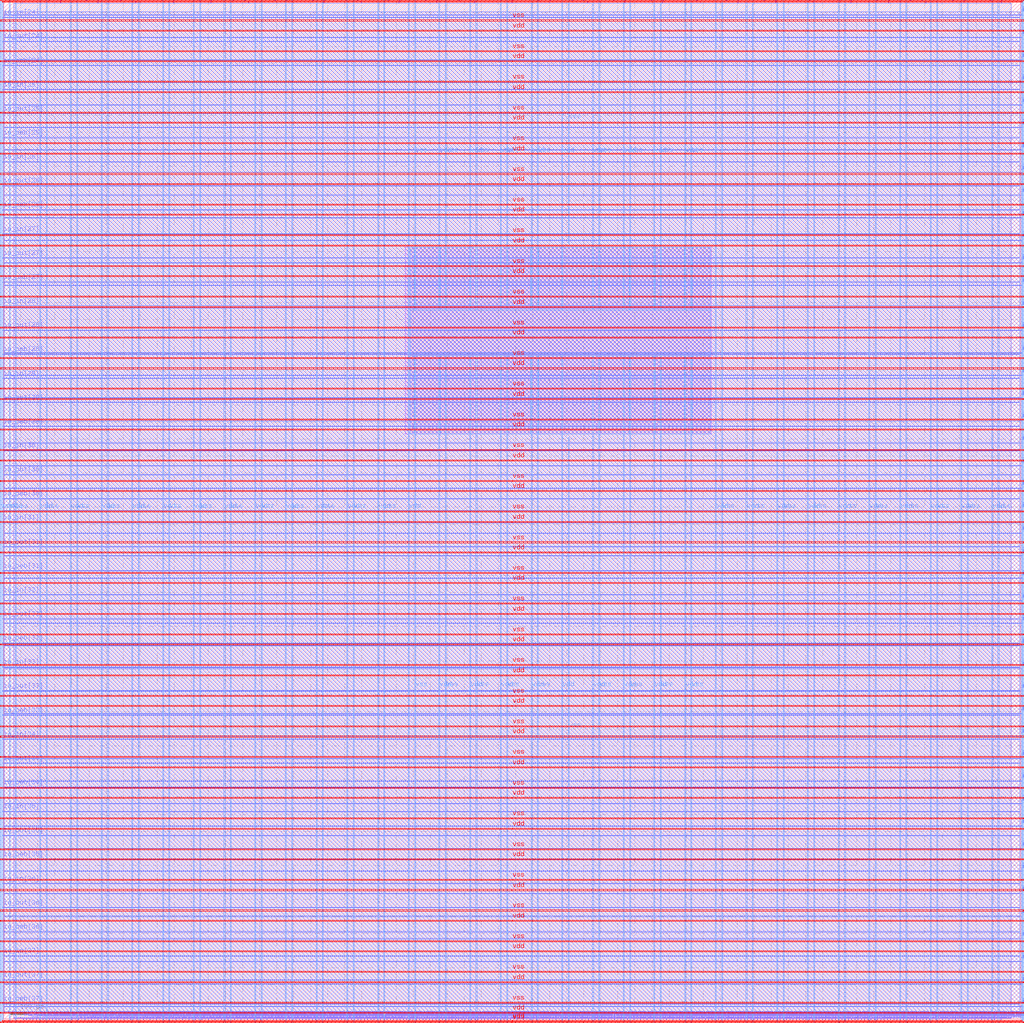
<source format=lef>
VERSION 5.7 ;
  NOWIREEXTENSIONATPIN ON ;
  DIVIDERCHAR "/" ;
  BUSBITCHARS "[]" ;
MACRO user_project_wrapper
  CLASS BLOCK ;
  FOREIGN user_project_wrapper ;
  ORIGIN 0.000 0.000 ;
  SIZE 2980.200 BY 2980.200 ;
  PIN io_in[0]
    DIRECTION INPUT ;
    USE SIGNAL ;
    PORT
      LAYER Metal3 ;
        RECT 2977.800 35.560 2985.000 36.680 ;
    END
  END io_in[0]
  PIN io_in[10]
    DIRECTION INPUT ;
    USE SIGNAL ;
    PORT
      LAYER Metal3 ;
        RECT 2977.800 2017.960 2985.000 2019.080 ;
    END
  END io_in[10]
  PIN io_in[11]
    DIRECTION INPUT ;
    USE SIGNAL ;
    PORT
      LAYER Metal3 ;
        RECT 2977.800 2216.200 2985.000 2217.320 ;
    END
  END io_in[11]
  PIN io_in[12]
    DIRECTION INPUT ;
    USE SIGNAL ;
    PORT
      LAYER Metal3 ;
        RECT 2977.800 2414.440 2985.000 2415.560 ;
    END
  END io_in[12]
  PIN io_in[13]
    DIRECTION INPUT ;
    USE SIGNAL ;
    PORT
      LAYER Metal3 ;
        RECT 2977.800 2612.680 2985.000 2613.800 ;
    END
  END io_in[13]
  PIN io_in[14]
    DIRECTION INPUT ;
    USE SIGNAL ;
    PORT
      LAYER Metal3 ;
        RECT 2977.800 2810.920 2985.000 2812.040 ;
    END
  END io_in[14]
  PIN io_in[15]
    DIRECTION INPUT ;
    USE SIGNAL ;
    PORT
      LAYER Metal2 ;
        RECT 2923.480 2977.800 2924.600 2985.000 ;
    END
  END io_in[15]
  PIN io_in[16]
    DIRECTION INPUT ;
    USE SIGNAL ;
    PORT
      LAYER Metal2 ;
        RECT 2592.520 2977.800 2593.640 2985.000 ;
    END
  END io_in[16]
  PIN io_in[17]
    DIRECTION INPUT ;
    USE SIGNAL ;
    PORT
      LAYER Metal2 ;
        RECT 2261.560 2977.800 2262.680 2985.000 ;
    END
  END io_in[17]
  PIN io_in[18]
    DIRECTION INPUT ;
    USE SIGNAL ;
    PORT
      LAYER Metal2 ;
        RECT 1930.600 2977.800 1931.720 2985.000 ;
    END
  END io_in[18]
  PIN io_in[19]
    DIRECTION INPUT ;
    USE SIGNAL ;
    PORT
      LAYER Metal2 ;
        RECT 1599.640 2977.800 1600.760 2985.000 ;
    END
  END io_in[19]
  PIN io_in[1]
    DIRECTION INPUT ;
    USE SIGNAL ;
    PORT
      LAYER Metal3 ;
        RECT 2977.800 233.800 2985.000 234.920 ;
    END
  END io_in[1]
  PIN io_in[20]
    DIRECTION INPUT ;
    USE SIGNAL ;
    PORT
      LAYER Metal2 ;
        RECT 1268.680 2977.800 1269.800 2985.000 ;
    END
  END io_in[20]
  PIN io_in[21]
    DIRECTION INPUT ;
    USE SIGNAL ;
    PORT
      LAYER Metal2 ;
        RECT 937.720 2977.800 938.840 2985.000 ;
    END
  END io_in[21]
  PIN io_in[22]
    DIRECTION INPUT ;
    USE SIGNAL ;
    PORT
      LAYER Metal2 ;
        RECT 606.760 2977.800 607.880 2985.000 ;
    END
  END io_in[22]
  PIN io_in[23]
    DIRECTION INPUT ;
    USE SIGNAL ;
    PORT
      LAYER Metal2 ;
        RECT 275.800 2977.800 276.920 2985.000 ;
    END
  END io_in[23]
  PIN io_in[24]
    DIRECTION INPUT ;
    USE SIGNAL ;
    PORT
      LAYER Metal3 ;
        RECT -4.800 2935.800 2.400 2936.920 ;
    END
  END io_in[24]
  PIN io_in[25]
    DIRECTION INPUT ;
    USE SIGNAL ;
    PORT
      LAYER Metal3 ;
        RECT -4.800 2724.120 2.400 2725.240 ;
    END
  END io_in[25]
  PIN io_in[26]
    DIRECTION INPUT ;
    USE SIGNAL ;
    PORT
      LAYER Metal3 ;
        RECT -4.800 2512.440 2.400 2513.560 ;
    END
  END io_in[26]
  PIN io_in[27]
    DIRECTION INPUT ;
    USE SIGNAL ;
    PORT
      LAYER Metal3 ;
        RECT -4.800 2300.760 2.400 2301.880 ;
    END
  END io_in[27]
  PIN io_in[28]
    DIRECTION INPUT ;
    USE SIGNAL ;
    PORT
      LAYER Metal3 ;
        RECT -4.800 2089.080 2.400 2090.200 ;
    END
  END io_in[28]
  PIN io_in[29]
    DIRECTION INPUT ;
    USE SIGNAL ;
    PORT
      LAYER Metal3 ;
        RECT -4.800 1877.400 2.400 1878.520 ;
    END
  END io_in[29]
  PIN io_in[2]
    DIRECTION INPUT ;
    USE SIGNAL ;
    PORT
      LAYER Metal3 ;
        RECT 2977.800 432.040 2985.000 433.160 ;
    END
  END io_in[2]
  PIN io_in[30]
    DIRECTION INPUT ;
    USE SIGNAL ;
    PORT
      LAYER Metal3 ;
        RECT -4.800 1665.720 2.400 1666.840 ;
    END
  END io_in[30]
  PIN io_in[31]
    DIRECTION INPUT ;
    USE SIGNAL ;
    PORT
      LAYER Metal3 ;
        RECT -4.800 1454.040 2.400 1455.160 ;
    END
  END io_in[31]
  PIN io_in[32]
    DIRECTION INPUT ;
    USE SIGNAL ;
    PORT
      LAYER Metal3 ;
        RECT -4.800 1242.360 2.400 1243.480 ;
    END
  END io_in[32]
  PIN io_in[33]
    DIRECTION INPUT ;
    USE SIGNAL ;
    PORT
      LAYER Metal3 ;
        RECT -4.800 1030.680 2.400 1031.800 ;
    END
  END io_in[33]
  PIN io_in[34]
    DIRECTION INPUT ;
    USE SIGNAL ;
    PORT
      LAYER Metal3 ;
        RECT -4.800 819.000 2.400 820.120 ;
    END
  END io_in[34]
  PIN io_in[35]
    DIRECTION INPUT ;
    USE SIGNAL ;
    PORT
      LAYER Metal3 ;
        RECT -4.800 607.320 2.400 608.440 ;
    END
  END io_in[35]
  PIN io_in[36]
    DIRECTION INPUT ;
    USE SIGNAL ;
    PORT
      LAYER Metal3 ;
        RECT -4.800 395.640 2.400 396.760 ;
    END
  END io_in[36]
  PIN io_in[37]
    DIRECTION INPUT ;
    USE SIGNAL ;
    PORT
      LAYER Metal3 ;
        RECT -4.800 183.960 2.400 185.080 ;
    END
  END io_in[37]
  PIN io_in[3]
    DIRECTION INPUT ;
    USE SIGNAL ;
    PORT
      LAYER Metal3 ;
        RECT 2977.800 630.280 2985.000 631.400 ;
    END
  END io_in[3]
  PIN io_in[4]
    DIRECTION INPUT ;
    USE SIGNAL ;
    PORT
      LAYER Metal3 ;
        RECT 2977.800 828.520 2985.000 829.640 ;
    END
  END io_in[4]
  PIN io_in[5]
    DIRECTION INPUT ;
    USE SIGNAL ;
    PORT
      LAYER Metal3 ;
        RECT 2977.800 1026.760 2985.000 1027.880 ;
    END
  END io_in[5]
  PIN io_in[6]
    DIRECTION INPUT ;
    USE SIGNAL ;
    PORT
      LAYER Metal3 ;
        RECT 2977.800 1225.000 2985.000 1226.120 ;
    END
  END io_in[6]
  PIN io_in[7]
    DIRECTION INPUT ;
    USE SIGNAL ;
    PORT
      LAYER Metal3 ;
        RECT 2977.800 1423.240 2985.000 1424.360 ;
    END
  END io_in[7]
  PIN io_in[8]
    DIRECTION INPUT ;
    USE SIGNAL ;
    PORT
      LAYER Metal3 ;
        RECT 2977.800 1621.480 2985.000 1622.600 ;
    END
  END io_in[8]
  PIN io_in[9]
    DIRECTION INPUT ;
    USE SIGNAL ;
    PORT
      LAYER Metal3 ;
        RECT 2977.800 1819.720 2985.000 1820.840 ;
    END
  END io_in[9]
  PIN io_oeb[0]
    DIRECTION OUTPUT TRISTATE ;
    USE SIGNAL ;
    PORT
      LAYER Metal3 ;
        RECT 2977.800 167.720 2985.000 168.840 ;
    END
  END io_oeb[0]
  PIN io_oeb[10]
    DIRECTION OUTPUT TRISTATE ;
    USE SIGNAL ;
    PORT
      LAYER Metal3 ;
        RECT 2977.800 2150.120 2985.000 2151.240 ;
    END
  END io_oeb[10]
  PIN io_oeb[11]
    DIRECTION OUTPUT TRISTATE ;
    USE SIGNAL ;
    PORT
      LAYER Metal3 ;
        RECT 2977.800 2348.360 2985.000 2349.480 ;
    END
  END io_oeb[11]
  PIN io_oeb[12]
    DIRECTION OUTPUT TRISTATE ;
    USE SIGNAL ;
    PORT
      LAYER Metal3 ;
        RECT 2977.800 2546.600 2985.000 2547.720 ;
    END
  END io_oeb[12]
  PIN io_oeb[13]
    DIRECTION OUTPUT TRISTATE ;
    USE SIGNAL ;
    PORT
      LAYER Metal3 ;
        RECT 2977.800 2744.840 2985.000 2745.960 ;
    END
  END io_oeb[13]
  PIN io_oeb[14]
    DIRECTION OUTPUT TRISTATE ;
    USE SIGNAL ;
    PORT
      LAYER Metal3 ;
        RECT 2977.800 2943.080 2985.000 2944.200 ;
    END
  END io_oeb[14]
  PIN io_oeb[15]
    DIRECTION OUTPUT TRISTATE ;
    USE SIGNAL ;
    PORT
      LAYER Metal2 ;
        RECT 2702.840 2977.800 2703.960 2985.000 ;
    END
  END io_oeb[15]
  PIN io_oeb[16]
    DIRECTION OUTPUT TRISTATE ;
    USE SIGNAL ;
    PORT
      LAYER Metal2 ;
        RECT 2371.880 2977.800 2373.000 2985.000 ;
    END
  END io_oeb[16]
  PIN io_oeb[17]
    DIRECTION OUTPUT TRISTATE ;
    USE SIGNAL ;
    PORT
      LAYER Metal2 ;
        RECT 2040.920 2977.800 2042.040 2985.000 ;
    END
  END io_oeb[17]
  PIN io_oeb[18]
    DIRECTION OUTPUT TRISTATE ;
    USE SIGNAL ;
    PORT
      LAYER Metal2 ;
        RECT 1709.960 2977.800 1711.080 2985.000 ;
    END
  END io_oeb[18]
  PIN io_oeb[19]
    DIRECTION OUTPUT TRISTATE ;
    USE SIGNAL ;
    PORT
      LAYER Metal2 ;
        RECT 1379.000 2977.800 1380.120 2985.000 ;
    END
  END io_oeb[19]
  PIN io_oeb[1]
    DIRECTION OUTPUT TRISTATE ;
    USE SIGNAL ;
    PORT
      LAYER Metal3 ;
        RECT 2977.800 365.960 2985.000 367.080 ;
    END
  END io_oeb[1]
  PIN io_oeb[20]
    DIRECTION OUTPUT TRISTATE ;
    USE SIGNAL ;
    PORT
      LAYER Metal2 ;
        RECT 1048.040 2977.800 1049.160 2985.000 ;
    END
  END io_oeb[20]
  PIN io_oeb[21]
    DIRECTION OUTPUT TRISTATE ;
    USE SIGNAL ;
    PORT
      LAYER Metal2 ;
        RECT 717.080 2977.800 718.200 2985.000 ;
    END
  END io_oeb[21]
  PIN io_oeb[22]
    DIRECTION OUTPUT TRISTATE ;
    USE SIGNAL ;
    PORT
      LAYER Metal2 ;
        RECT 386.120 2977.800 387.240 2985.000 ;
    END
  END io_oeb[22]
  PIN io_oeb[23]
    DIRECTION OUTPUT TRISTATE ;
    USE SIGNAL ;
    PORT
      LAYER Metal2 ;
        RECT 55.160 2977.800 56.280 2985.000 ;
    END
  END io_oeb[23]
  PIN io_oeb[24]
    DIRECTION OUTPUT TRISTATE ;
    USE SIGNAL ;
    PORT
      LAYER Metal3 ;
        RECT -4.800 2794.680 2.400 2795.800 ;
    END
  END io_oeb[24]
  PIN io_oeb[25]
    DIRECTION OUTPUT TRISTATE ;
    USE SIGNAL ;
    PORT
      LAYER Metal3 ;
        RECT -4.800 2583.000 2.400 2584.120 ;
    END
  END io_oeb[25]
  PIN io_oeb[26]
    DIRECTION OUTPUT TRISTATE ;
    USE SIGNAL ;
    PORT
      LAYER Metal3 ;
        RECT -4.800 2371.320 2.400 2372.440 ;
    END
  END io_oeb[26]
  PIN io_oeb[27]
    DIRECTION OUTPUT TRISTATE ;
    USE SIGNAL ;
    PORT
      LAYER Metal3 ;
        RECT -4.800 2159.640 2.400 2160.760 ;
    END
  END io_oeb[27]
  PIN io_oeb[28]
    DIRECTION OUTPUT TRISTATE ;
    USE SIGNAL ;
    PORT
      LAYER Metal3 ;
        RECT -4.800 1947.960 2.400 1949.080 ;
    END
  END io_oeb[28]
  PIN io_oeb[29]
    DIRECTION OUTPUT TRISTATE ;
    USE SIGNAL ;
    PORT
      LAYER Metal3 ;
        RECT -4.800 1736.280 2.400 1737.400 ;
    END
  END io_oeb[29]
  PIN io_oeb[2]
    DIRECTION OUTPUT TRISTATE ;
    USE SIGNAL ;
    PORT
      LAYER Metal3 ;
        RECT 2977.800 564.200 2985.000 565.320 ;
    END
  END io_oeb[2]
  PIN io_oeb[30]
    DIRECTION OUTPUT TRISTATE ;
    USE SIGNAL ;
    PORT
      LAYER Metal3 ;
        RECT -4.800 1524.600 2.400 1525.720 ;
    END
  END io_oeb[30]
  PIN io_oeb[31]
    DIRECTION OUTPUT TRISTATE ;
    USE SIGNAL ;
    PORT
      LAYER Metal3 ;
        RECT -4.800 1312.920 2.400 1314.040 ;
    END
  END io_oeb[31]
  PIN io_oeb[32]
    DIRECTION OUTPUT TRISTATE ;
    USE SIGNAL ;
    PORT
      LAYER Metal3 ;
        RECT -4.800 1101.240 2.400 1102.360 ;
    END
  END io_oeb[32]
  PIN io_oeb[33]
    DIRECTION OUTPUT TRISTATE ;
    USE SIGNAL ;
    PORT
      LAYER Metal3 ;
        RECT -4.800 889.560 2.400 890.680 ;
    END
  END io_oeb[33]
  PIN io_oeb[34]
    DIRECTION OUTPUT TRISTATE ;
    USE SIGNAL ;
    PORT
      LAYER Metal3 ;
        RECT -4.800 677.880 2.400 679.000 ;
    END
  END io_oeb[34]
  PIN io_oeb[35]
    DIRECTION OUTPUT TRISTATE ;
    USE SIGNAL ;
    PORT
      LAYER Metal3 ;
        RECT -4.800 466.200 2.400 467.320 ;
    END
  END io_oeb[35]
  PIN io_oeb[36]
    DIRECTION OUTPUT TRISTATE ;
    USE SIGNAL ;
    PORT
      LAYER Metal3 ;
        RECT -4.800 254.520 2.400 255.640 ;
    END
  END io_oeb[36]
  PIN io_oeb[37]
    DIRECTION OUTPUT TRISTATE ;
    USE SIGNAL ;
    PORT
      LAYER Metal3 ;
        RECT -4.800 42.840 2.400 43.960 ;
    END
  END io_oeb[37]
  PIN io_oeb[3]
    DIRECTION OUTPUT TRISTATE ;
    USE SIGNAL ;
    PORT
      LAYER Metal3 ;
        RECT 2977.800 762.440 2985.000 763.560 ;
    END
  END io_oeb[3]
  PIN io_oeb[4]
    DIRECTION OUTPUT TRISTATE ;
    USE SIGNAL ;
    PORT
      LAYER Metal3 ;
        RECT 2977.800 960.680 2985.000 961.800 ;
    END
  END io_oeb[4]
  PIN io_oeb[5]
    DIRECTION OUTPUT TRISTATE ;
    USE SIGNAL ;
    PORT
      LAYER Metal3 ;
        RECT 2977.800 1158.920 2985.000 1160.040 ;
    END
  END io_oeb[5]
  PIN io_oeb[6]
    DIRECTION OUTPUT TRISTATE ;
    USE SIGNAL ;
    PORT
      LAYER Metal3 ;
        RECT 2977.800 1357.160 2985.000 1358.280 ;
    END
  END io_oeb[6]
  PIN io_oeb[7]
    DIRECTION OUTPUT TRISTATE ;
    USE SIGNAL ;
    PORT
      LAYER Metal3 ;
        RECT 2977.800 1555.400 2985.000 1556.520 ;
    END
  END io_oeb[7]
  PIN io_oeb[8]
    DIRECTION OUTPUT TRISTATE ;
    USE SIGNAL ;
    PORT
      LAYER Metal3 ;
        RECT 2977.800 1753.640 2985.000 1754.760 ;
    END
  END io_oeb[8]
  PIN io_oeb[9]
    DIRECTION OUTPUT TRISTATE ;
    USE SIGNAL ;
    PORT
      LAYER Metal3 ;
        RECT 2977.800 1951.880 2985.000 1953.000 ;
    END
  END io_oeb[9]
  PIN io_out[0]
    DIRECTION OUTPUT TRISTATE ;
    USE SIGNAL ;
    PORT
      LAYER Metal3 ;
        RECT 2977.800 101.640 2985.000 102.760 ;
    END
  END io_out[0]
  PIN io_out[10]
    DIRECTION OUTPUT TRISTATE ;
    USE SIGNAL ;
    PORT
      LAYER Metal3 ;
        RECT 2977.800 2084.040 2985.000 2085.160 ;
    END
  END io_out[10]
  PIN io_out[11]
    DIRECTION OUTPUT TRISTATE ;
    USE SIGNAL ;
    PORT
      LAYER Metal3 ;
        RECT 2977.800 2282.280 2985.000 2283.400 ;
    END
  END io_out[11]
  PIN io_out[12]
    DIRECTION OUTPUT TRISTATE ;
    USE SIGNAL ;
    PORT
      LAYER Metal3 ;
        RECT 2977.800 2480.520 2985.000 2481.640 ;
    END
  END io_out[12]
  PIN io_out[13]
    DIRECTION OUTPUT TRISTATE ;
    USE SIGNAL ;
    PORT
      LAYER Metal3 ;
        RECT 2977.800 2678.760 2985.000 2679.880 ;
    END
  END io_out[13]
  PIN io_out[14]
    DIRECTION OUTPUT TRISTATE ;
    USE SIGNAL ;
    PORT
      LAYER Metal3 ;
        RECT 2977.800 2877.000 2985.000 2878.120 ;
    END
  END io_out[14]
  PIN io_out[15]
    DIRECTION OUTPUT TRISTATE ;
    USE SIGNAL ;
    PORT
      LAYER Metal2 ;
        RECT 2813.160 2977.800 2814.280 2985.000 ;
    END
  END io_out[15]
  PIN io_out[16]
    DIRECTION OUTPUT TRISTATE ;
    USE SIGNAL ;
    PORT
      LAYER Metal2 ;
        RECT 2482.200 2977.800 2483.320 2985.000 ;
    END
  END io_out[16]
  PIN io_out[17]
    DIRECTION OUTPUT TRISTATE ;
    USE SIGNAL ;
    PORT
      LAYER Metal2 ;
        RECT 2151.240 2977.800 2152.360 2985.000 ;
    END
  END io_out[17]
  PIN io_out[18]
    DIRECTION OUTPUT TRISTATE ;
    USE SIGNAL ;
    PORT
      LAYER Metal2 ;
        RECT 1820.280 2977.800 1821.400 2985.000 ;
    END
  END io_out[18]
  PIN io_out[19]
    DIRECTION OUTPUT TRISTATE ;
    USE SIGNAL ;
    PORT
      LAYER Metal2 ;
        RECT 1489.320 2977.800 1490.440 2985.000 ;
    END
  END io_out[19]
  PIN io_out[1]
    DIRECTION OUTPUT TRISTATE ;
    USE SIGNAL ;
    PORT
      LAYER Metal3 ;
        RECT 2977.800 299.880 2985.000 301.000 ;
    END
  END io_out[1]
  PIN io_out[20]
    DIRECTION OUTPUT TRISTATE ;
    USE SIGNAL ;
    PORT
      LAYER Metal2 ;
        RECT 1158.360 2977.800 1159.480 2985.000 ;
    END
  END io_out[20]
  PIN io_out[21]
    DIRECTION OUTPUT TRISTATE ;
    USE SIGNAL ;
    PORT
      LAYER Metal2 ;
        RECT 827.400 2977.800 828.520 2985.000 ;
    END
  END io_out[21]
  PIN io_out[22]
    DIRECTION OUTPUT TRISTATE ;
    USE SIGNAL ;
    PORT
      LAYER Metal2 ;
        RECT 496.440 2977.800 497.560 2985.000 ;
    END
  END io_out[22]
  PIN io_out[23]
    DIRECTION OUTPUT TRISTATE ;
    USE SIGNAL ;
    PORT
      LAYER Metal2 ;
        RECT 165.480 2977.800 166.600 2985.000 ;
    END
  END io_out[23]
  PIN io_out[24]
    DIRECTION OUTPUT TRISTATE ;
    USE SIGNAL ;
    PORT
      LAYER Metal3 ;
        RECT -4.800 2865.240 2.400 2866.360 ;
    END
  END io_out[24]
  PIN io_out[25]
    DIRECTION OUTPUT TRISTATE ;
    USE SIGNAL ;
    PORT
      LAYER Metal3 ;
        RECT -4.800 2653.560 2.400 2654.680 ;
    END
  END io_out[25]
  PIN io_out[26]
    DIRECTION OUTPUT TRISTATE ;
    USE SIGNAL ;
    PORT
      LAYER Metal3 ;
        RECT -4.800 2441.880 2.400 2443.000 ;
    END
  END io_out[26]
  PIN io_out[27]
    DIRECTION OUTPUT TRISTATE ;
    USE SIGNAL ;
    PORT
      LAYER Metal3 ;
        RECT -4.800 2230.200 2.400 2231.320 ;
    END
  END io_out[27]
  PIN io_out[28]
    DIRECTION OUTPUT TRISTATE ;
    USE SIGNAL ;
    PORT
      LAYER Metal3 ;
        RECT -4.800 2018.520 2.400 2019.640 ;
    END
  END io_out[28]
  PIN io_out[29]
    DIRECTION OUTPUT TRISTATE ;
    USE SIGNAL ;
    PORT
      LAYER Metal3 ;
        RECT -4.800 1806.840 2.400 1807.960 ;
    END
  END io_out[29]
  PIN io_out[2]
    DIRECTION OUTPUT TRISTATE ;
    USE SIGNAL ;
    PORT
      LAYER Metal3 ;
        RECT 2977.800 498.120 2985.000 499.240 ;
    END
  END io_out[2]
  PIN io_out[30]
    DIRECTION OUTPUT TRISTATE ;
    USE SIGNAL ;
    PORT
      LAYER Metal3 ;
        RECT -4.800 1595.160 2.400 1596.280 ;
    END
  END io_out[30]
  PIN io_out[31]
    DIRECTION OUTPUT TRISTATE ;
    USE SIGNAL ;
    PORT
      LAYER Metal3 ;
        RECT -4.800 1383.480 2.400 1384.600 ;
    END
  END io_out[31]
  PIN io_out[32]
    DIRECTION OUTPUT TRISTATE ;
    USE SIGNAL ;
    PORT
      LAYER Metal3 ;
        RECT -4.800 1171.800 2.400 1172.920 ;
    END
  END io_out[32]
  PIN io_out[33]
    DIRECTION OUTPUT TRISTATE ;
    USE SIGNAL ;
    PORT
      LAYER Metal3 ;
        RECT -4.800 960.120 2.400 961.240 ;
    END
  END io_out[33]
  PIN io_out[34]
    DIRECTION OUTPUT TRISTATE ;
    USE SIGNAL ;
    PORT
      LAYER Metal3 ;
        RECT -4.800 748.440 2.400 749.560 ;
    END
  END io_out[34]
  PIN io_out[35]
    DIRECTION OUTPUT TRISTATE ;
    USE SIGNAL ;
    PORT
      LAYER Metal3 ;
        RECT -4.800 536.760 2.400 537.880 ;
    END
  END io_out[35]
  PIN io_out[36]
    DIRECTION OUTPUT TRISTATE ;
    USE SIGNAL ;
    PORT
      LAYER Metal3 ;
        RECT -4.800 325.080 2.400 326.200 ;
    END
  END io_out[36]
  PIN io_out[37]
    DIRECTION OUTPUT TRISTATE ;
    USE SIGNAL ;
    PORT
      LAYER Metal3 ;
        RECT -4.800 113.400 2.400 114.520 ;
    END
  END io_out[37]
  PIN io_out[3]
    DIRECTION OUTPUT TRISTATE ;
    USE SIGNAL ;
    PORT
      LAYER Metal3 ;
        RECT 2977.800 696.360 2985.000 697.480 ;
    END
  END io_out[3]
  PIN io_out[4]
    DIRECTION OUTPUT TRISTATE ;
    USE SIGNAL ;
    PORT
      LAYER Metal3 ;
        RECT 2977.800 894.600 2985.000 895.720 ;
    END
  END io_out[4]
  PIN io_out[5]
    DIRECTION OUTPUT TRISTATE ;
    USE SIGNAL ;
    PORT
      LAYER Metal3 ;
        RECT 2977.800 1092.840 2985.000 1093.960 ;
    END
  END io_out[5]
  PIN io_out[6]
    DIRECTION OUTPUT TRISTATE ;
    USE SIGNAL ;
    PORT
      LAYER Metal3 ;
        RECT 2977.800 1291.080 2985.000 1292.200 ;
    END
  END io_out[6]
  PIN io_out[7]
    DIRECTION OUTPUT TRISTATE ;
    USE SIGNAL ;
    PORT
      LAYER Metal3 ;
        RECT 2977.800 1489.320 2985.000 1490.440 ;
    END
  END io_out[7]
  PIN io_out[8]
    DIRECTION OUTPUT TRISTATE ;
    USE SIGNAL ;
    PORT
      LAYER Metal3 ;
        RECT 2977.800 1687.560 2985.000 1688.680 ;
    END
  END io_out[8]
  PIN io_out[9]
    DIRECTION OUTPUT TRISTATE ;
    USE SIGNAL ;
    PORT
      LAYER Metal3 ;
        RECT 2977.800 1885.800 2985.000 1886.920 ;
    END
  END io_out[9]
  PIN la_data_in[0]
    DIRECTION INPUT ;
    USE SIGNAL ;
    PORT
      LAYER Metal2 ;
        RECT 1065.960 -4.800 1067.080 2.400 ;
    END
  END la_data_in[0]
  PIN la_data_in[10]
    DIRECTION INPUT ;
    USE SIGNAL ;
    PORT
      LAYER Metal2 ;
        RECT 1351.560 -4.800 1352.680 2.400 ;
    END
  END la_data_in[10]
  PIN la_data_in[11]
    DIRECTION INPUT ;
    USE SIGNAL ;
    PORT
      LAYER Metal2 ;
        RECT 1380.120 -4.800 1381.240 2.400 ;
    END
  END la_data_in[11]
  PIN la_data_in[12]
    DIRECTION INPUT ;
    USE SIGNAL ;
    PORT
      LAYER Metal2 ;
        RECT 1408.680 -4.800 1409.800 2.400 ;
    END
  END la_data_in[12]
  PIN la_data_in[13]
    DIRECTION INPUT ;
    USE SIGNAL ;
    PORT
      LAYER Metal2 ;
        RECT 1437.240 -4.800 1438.360 2.400 ;
    END
  END la_data_in[13]
  PIN la_data_in[14]
    DIRECTION INPUT ;
    USE SIGNAL ;
    PORT
      LAYER Metal2 ;
        RECT 1465.800 -4.800 1466.920 2.400 ;
    END
  END la_data_in[14]
  PIN la_data_in[15]
    DIRECTION INPUT ;
    USE SIGNAL ;
    PORT
      LAYER Metal2 ;
        RECT 1494.360 -4.800 1495.480 2.400 ;
    END
  END la_data_in[15]
  PIN la_data_in[16]
    DIRECTION INPUT ;
    USE SIGNAL ;
    PORT
      LAYER Metal2 ;
        RECT 1522.920 -4.800 1524.040 2.400 ;
    END
  END la_data_in[16]
  PIN la_data_in[17]
    DIRECTION INPUT ;
    USE SIGNAL ;
    PORT
      LAYER Metal2 ;
        RECT 1551.480 -4.800 1552.600 2.400 ;
    END
  END la_data_in[17]
  PIN la_data_in[18]
    DIRECTION INPUT ;
    USE SIGNAL ;
    PORT
      LAYER Metal2 ;
        RECT 1580.040 -4.800 1581.160 2.400 ;
    END
  END la_data_in[18]
  PIN la_data_in[19]
    DIRECTION INPUT ;
    USE SIGNAL ;
    PORT
      LAYER Metal2 ;
        RECT 1608.600 -4.800 1609.720 2.400 ;
    END
  END la_data_in[19]
  PIN la_data_in[1]
    DIRECTION INPUT ;
    USE SIGNAL ;
    PORT
      LAYER Metal2 ;
        RECT 1094.520 -4.800 1095.640 2.400 ;
    END
  END la_data_in[1]
  PIN la_data_in[20]
    DIRECTION INPUT ;
    USE SIGNAL ;
    PORT
      LAYER Metal2 ;
        RECT 1637.160 -4.800 1638.280 2.400 ;
    END
  END la_data_in[20]
  PIN la_data_in[21]
    DIRECTION INPUT ;
    USE SIGNAL ;
    PORT
      LAYER Metal2 ;
        RECT 1665.720 -4.800 1666.840 2.400 ;
    END
  END la_data_in[21]
  PIN la_data_in[22]
    DIRECTION INPUT ;
    USE SIGNAL ;
    PORT
      LAYER Metal2 ;
        RECT 1694.280 -4.800 1695.400 2.400 ;
    END
  END la_data_in[22]
  PIN la_data_in[23]
    DIRECTION INPUT ;
    USE SIGNAL ;
    PORT
      LAYER Metal2 ;
        RECT 1722.840 -4.800 1723.960 2.400 ;
    END
  END la_data_in[23]
  PIN la_data_in[24]
    DIRECTION INPUT ;
    USE SIGNAL ;
    PORT
      LAYER Metal2 ;
        RECT 1751.400 -4.800 1752.520 2.400 ;
    END
  END la_data_in[24]
  PIN la_data_in[25]
    DIRECTION INPUT ;
    USE SIGNAL ;
    PORT
      LAYER Metal2 ;
        RECT 1779.960 -4.800 1781.080 2.400 ;
    END
  END la_data_in[25]
  PIN la_data_in[26]
    DIRECTION INPUT ;
    USE SIGNAL ;
    PORT
      LAYER Metal2 ;
        RECT 1808.520 -4.800 1809.640 2.400 ;
    END
  END la_data_in[26]
  PIN la_data_in[27]
    DIRECTION INPUT ;
    USE SIGNAL ;
    PORT
      LAYER Metal2 ;
        RECT 1837.080 -4.800 1838.200 2.400 ;
    END
  END la_data_in[27]
  PIN la_data_in[28]
    DIRECTION INPUT ;
    USE SIGNAL ;
    PORT
      LAYER Metal2 ;
        RECT 1865.640 -4.800 1866.760 2.400 ;
    END
  END la_data_in[28]
  PIN la_data_in[29]
    DIRECTION INPUT ;
    USE SIGNAL ;
    PORT
      LAYER Metal2 ;
        RECT 1894.200 -4.800 1895.320 2.400 ;
    END
  END la_data_in[29]
  PIN la_data_in[2]
    DIRECTION INPUT ;
    USE SIGNAL ;
    PORT
      LAYER Metal2 ;
        RECT 1123.080 -4.800 1124.200 2.400 ;
    END
  END la_data_in[2]
  PIN la_data_in[30]
    DIRECTION INPUT ;
    USE SIGNAL ;
    PORT
      LAYER Metal2 ;
        RECT 1922.760 -4.800 1923.880 2.400 ;
    END
  END la_data_in[30]
  PIN la_data_in[31]
    DIRECTION INPUT ;
    USE SIGNAL ;
    PORT
      LAYER Metal2 ;
        RECT 1951.320 -4.800 1952.440 2.400 ;
    END
  END la_data_in[31]
  PIN la_data_in[32]
    DIRECTION INPUT ;
    USE SIGNAL ;
    PORT
      LAYER Metal2 ;
        RECT 1979.880 -4.800 1981.000 2.400 ;
    END
  END la_data_in[32]
  PIN la_data_in[33]
    DIRECTION INPUT ;
    USE SIGNAL ;
    PORT
      LAYER Metal2 ;
        RECT 2008.440 -4.800 2009.560 2.400 ;
    END
  END la_data_in[33]
  PIN la_data_in[34]
    DIRECTION INPUT ;
    USE SIGNAL ;
    PORT
      LAYER Metal2 ;
        RECT 2037.000 -4.800 2038.120 2.400 ;
    END
  END la_data_in[34]
  PIN la_data_in[35]
    DIRECTION INPUT ;
    USE SIGNAL ;
    PORT
      LAYER Metal2 ;
        RECT 2065.560 -4.800 2066.680 2.400 ;
    END
  END la_data_in[35]
  PIN la_data_in[36]
    DIRECTION INPUT ;
    USE SIGNAL ;
    PORT
      LAYER Metal2 ;
        RECT 2094.120 -4.800 2095.240 2.400 ;
    END
  END la_data_in[36]
  PIN la_data_in[37]
    DIRECTION INPUT ;
    USE SIGNAL ;
    PORT
      LAYER Metal2 ;
        RECT 2122.680 -4.800 2123.800 2.400 ;
    END
  END la_data_in[37]
  PIN la_data_in[38]
    DIRECTION INPUT ;
    USE SIGNAL ;
    PORT
      LAYER Metal2 ;
        RECT 2151.240 -4.800 2152.360 2.400 ;
    END
  END la_data_in[38]
  PIN la_data_in[39]
    DIRECTION INPUT ;
    USE SIGNAL ;
    PORT
      LAYER Metal2 ;
        RECT 2179.800 -4.800 2180.920 2.400 ;
    END
  END la_data_in[39]
  PIN la_data_in[3]
    DIRECTION INPUT ;
    USE SIGNAL ;
    PORT
      LAYER Metal2 ;
        RECT 1151.640 -4.800 1152.760 2.400 ;
    END
  END la_data_in[3]
  PIN la_data_in[40]
    DIRECTION INPUT ;
    USE SIGNAL ;
    PORT
      LAYER Metal2 ;
        RECT 2208.360 -4.800 2209.480 2.400 ;
    END
  END la_data_in[40]
  PIN la_data_in[41]
    DIRECTION INPUT ;
    USE SIGNAL ;
    PORT
      LAYER Metal2 ;
        RECT 2236.920 -4.800 2238.040 2.400 ;
    END
  END la_data_in[41]
  PIN la_data_in[42]
    DIRECTION INPUT ;
    USE SIGNAL ;
    PORT
      LAYER Metal2 ;
        RECT 2265.480 -4.800 2266.600 2.400 ;
    END
  END la_data_in[42]
  PIN la_data_in[43]
    DIRECTION INPUT ;
    USE SIGNAL ;
    PORT
      LAYER Metal2 ;
        RECT 2294.040 -4.800 2295.160 2.400 ;
    END
  END la_data_in[43]
  PIN la_data_in[44]
    DIRECTION INPUT ;
    USE SIGNAL ;
    PORT
      LAYER Metal2 ;
        RECT 2322.600 -4.800 2323.720 2.400 ;
    END
  END la_data_in[44]
  PIN la_data_in[45]
    DIRECTION INPUT ;
    USE SIGNAL ;
    PORT
      LAYER Metal2 ;
        RECT 2351.160 -4.800 2352.280 2.400 ;
    END
  END la_data_in[45]
  PIN la_data_in[46]
    DIRECTION INPUT ;
    USE SIGNAL ;
    PORT
      LAYER Metal2 ;
        RECT 2379.720 -4.800 2380.840 2.400 ;
    END
  END la_data_in[46]
  PIN la_data_in[47]
    DIRECTION INPUT ;
    USE SIGNAL ;
    PORT
      LAYER Metal2 ;
        RECT 2408.280 -4.800 2409.400 2.400 ;
    END
  END la_data_in[47]
  PIN la_data_in[48]
    DIRECTION INPUT ;
    USE SIGNAL ;
    PORT
      LAYER Metal2 ;
        RECT 2436.840 -4.800 2437.960 2.400 ;
    END
  END la_data_in[48]
  PIN la_data_in[49]
    DIRECTION INPUT ;
    USE SIGNAL ;
    PORT
      LAYER Metal2 ;
        RECT 2465.400 -4.800 2466.520 2.400 ;
    END
  END la_data_in[49]
  PIN la_data_in[4]
    DIRECTION INPUT ;
    USE SIGNAL ;
    PORT
      LAYER Metal2 ;
        RECT 1180.200 -4.800 1181.320 2.400 ;
    END
  END la_data_in[4]
  PIN la_data_in[50]
    DIRECTION INPUT ;
    USE SIGNAL ;
    PORT
      LAYER Metal2 ;
        RECT 2493.960 -4.800 2495.080 2.400 ;
    END
  END la_data_in[50]
  PIN la_data_in[51]
    DIRECTION INPUT ;
    USE SIGNAL ;
    PORT
      LAYER Metal2 ;
        RECT 2522.520 -4.800 2523.640 2.400 ;
    END
  END la_data_in[51]
  PIN la_data_in[52]
    DIRECTION INPUT ;
    USE SIGNAL ;
    PORT
      LAYER Metal2 ;
        RECT 2551.080 -4.800 2552.200 2.400 ;
    END
  END la_data_in[52]
  PIN la_data_in[53]
    DIRECTION INPUT ;
    USE SIGNAL ;
    PORT
      LAYER Metal2 ;
        RECT 2579.640 -4.800 2580.760 2.400 ;
    END
  END la_data_in[53]
  PIN la_data_in[54]
    DIRECTION INPUT ;
    USE SIGNAL ;
    PORT
      LAYER Metal2 ;
        RECT 2608.200 -4.800 2609.320 2.400 ;
    END
  END la_data_in[54]
  PIN la_data_in[55]
    DIRECTION INPUT ;
    USE SIGNAL ;
    PORT
      LAYER Metal2 ;
        RECT 2636.760 -4.800 2637.880 2.400 ;
    END
  END la_data_in[55]
  PIN la_data_in[56]
    DIRECTION INPUT ;
    USE SIGNAL ;
    PORT
      LAYER Metal2 ;
        RECT 2665.320 -4.800 2666.440 2.400 ;
    END
  END la_data_in[56]
  PIN la_data_in[57]
    DIRECTION INPUT ;
    USE SIGNAL ;
    PORT
      LAYER Metal2 ;
        RECT 2693.880 -4.800 2695.000 2.400 ;
    END
  END la_data_in[57]
  PIN la_data_in[58]
    DIRECTION INPUT ;
    USE SIGNAL ;
    PORT
      LAYER Metal2 ;
        RECT 2722.440 -4.800 2723.560 2.400 ;
    END
  END la_data_in[58]
  PIN la_data_in[59]
    DIRECTION INPUT ;
    USE SIGNAL ;
    PORT
      LAYER Metal2 ;
        RECT 2751.000 -4.800 2752.120 2.400 ;
    END
  END la_data_in[59]
  PIN la_data_in[5]
    DIRECTION INPUT ;
    USE SIGNAL ;
    PORT
      LAYER Metal2 ;
        RECT 1208.760 -4.800 1209.880 2.400 ;
    END
  END la_data_in[5]
  PIN la_data_in[60]
    DIRECTION INPUT ;
    USE SIGNAL ;
    PORT
      LAYER Metal2 ;
        RECT 2779.560 -4.800 2780.680 2.400 ;
    END
  END la_data_in[60]
  PIN la_data_in[61]
    DIRECTION INPUT ;
    USE SIGNAL ;
    PORT
      LAYER Metal2 ;
        RECT 2808.120 -4.800 2809.240 2.400 ;
    END
  END la_data_in[61]
  PIN la_data_in[62]
    DIRECTION INPUT ;
    USE SIGNAL ;
    PORT
      LAYER Metal2 ;
        RECT 2836.680 -4.800 2837.800 2.400 ;
    END
  END la_data_in[62]
  PIN la_data_in[63]
    DIRECTION INPUT ;
    USE SIGNAL ;
    PORT
      LAYER Metal2 ;
        RECT 2865.240 -4.800 2866.360 2.400 ;
    END
  END la_data_in[63]
  PIN la_data_in[6]
    DIRECTION INPUT ;
    USE SIGNAL ;
    PORT
      LAYER Metal2 ;
        RECT 1237.320 -4.800 1238.440 2.400 ;
    END
  END la_data_in[6]
  PIN la_data_in[7]
    DIRECTION INPUT ;
    USE SIGNAL ;
    PORT
      LAYER Metal2 ;
        RECT 1265.880 -4.800 1267.000 2.400 ;
    END
  END la_data_in[7]
  PIN la_data_in[8]
    DIRECTION INPUT ;
    USE SIGNAL ;
    PORT
      LAYER Metal2 ;
        RECT 1294.440 -4.800 1295.560 2.400 ;
    END
  END la_data_in[8]
  PIN la_data_in[9]
    DIRECTION INPUT ;
    USE SIGNAL ;
    PORT
      LAYER Metal2 ;
        RECT 1323.000 -4.800 1324.120 2.400 ;
    END
  END la_data_in[9]
  PIN la_data_out[0]
    DIRECTION OUTPUT TRISTATE ;
    USE SIGNAL ;
    PORT
      LAYER Metal2 ;
        RECT 1075.480 -4.800 1076.600 2.400 ;
    END
  END la_data_out[0]
  PIN la_data_out[10]
    DIRECTION OUTPUT TRISTATE ;
    USE SIGNAL ;
    PORT
      LAYER Metal2 ;
        RECT 1361.080 -4.800 1362.200 2.400 ;
    END
  END la_data_out[10]
  PIN la_data_out[11]
    DIRECTION OUTPUT TRISTATE ;
    USE SIGNAL ;
    PORT
      LAYER Metal2 ;
        RECT 1389.640 -4.800 1390.760 2.400 ;
    END
  END la_data_out[11]
  PIN la_data_out[12]
    DIRECTION OUTPUT TRISTATE ;
    USE SIGNAL ;
    PORT
      LAYER Metal2 ;
        RECT 1418.200 -4.800 1419.320 2.400 ;
    END
  END la_data_out[12]
  PIN la_data_out[13]
    DIRECTION OUTPUT TRISTATE ;
    USE SIGNAL ;
    PORT
      LAYER Metal2 ;
        RECT 1446.760 -4.800 1447.880 2.400 ;
    END
  END la_data_out[13]
  PIN la_data_out[14]
    DIRECTION OUTPUT TRISTATE ;
    USE SIGNAL ;
    PORT
      LAYER Metal2 ;
        RECT 1475.320 -4.800 1476.440 2.400 ;
    END
  END la_data_out[14]
  PIN la_data_out[15]
    DIRECTION OUTPUT TRISTATE ;
    USE SIGNAL ;
    PORT
      LAYER Metal2 ;
        RECT 1503.880 -4.800 1505.000 2.400 ;
    END
  END la_data_out[15]
  PIN la_data_out[16]
    DIRECTION OUTPUT TRISTATE ;
    USE SIGNAL ;
    PORT
      LAYER Metal2 ;
        RECT 1532.440 -4.800 1533.560 2.400 ;
    END
  END la_data_out[16]
  PIN la_data_out[17]
    DIRECTION OUTPUT TRISTATE ;
    USE SIGNAL ;
    PORT
      LAYER Metal2 ;
        RECT 1561.000 -4.800 1562.120 2.400 ;
    END
  END la_data_out[17]
  PIN la_data_out[18]
    DIRECTION OUTPUT TRISTATE ;
    USE SIGNAL ;
    PORT
      LAYER Metal2 ;
        RECT 1589.560 -4.800 1590.680 2.400 ;
    END
  END la_data_out[18]
  PIN la_data_out[19]
    DIRECTION OUTPUT TRISTATE ;
    USE SIGNAL ;
    PORT
      LAYER Metal2 ;
        RECT 1618.120 -4.800 1619.240 2.400 ;
    END
  END la_data_out[19]
  PIN la_data_out[1]
    DIRECTION OUTPUT TRISTATE ;
    USE SIGNAL ;
    PORT
      LAYER Metal2 ;
        RECT 1104.040 -4.800 1105.160 2.400 ;
    END
  END la_data_out[1]
  PIN la_data_out[20]
    DIRECTION OUTPUT TRISTATE ;
    USE SIGNAL ;
    PORT
      LAYER Metal2 ;
        RECT 1646.680 -4.800 1647.800 2.400 ;
    END
  END la_data_out[20]
  PIN la_data_out[21]
    DIRECTION OUTPUT TRISTATE ;
    USE SIGNAL ;
    PORT
      LAYER Metal2 ;
        RECT 1675.240 -4.800 1676.360 2.400 ;
    END
  END la_data_out[21]
  PIN la_data_out[22]
    DIRECTION OUTPUT TRISTATE ;
    USE SIGNAL ;
    PORT
      LAYER Metal2 ;
        RECT 1703.800 -4.800 1704.920 2.400 ;
    END
  END la_data_out[22]
  PIN la_data_out[23]
    DIRECTION OUTPUT TRISTATE ;
    USE SIGNAL ;
    PORT
      LAYER Metal2 ;
        RECT 1732.360 -4.800 1733.480 2.400 ;
    END
  END la_data_out[23]
  PIN la_data_out[24]
    DIRECTION OUTPUT TRISTATE ;
    USE SIGNAL ;
    PORT
      LAYER Metal2 ;
        RECT 1760.920 -4.800 1762.040 2.400 ;
    END
  END la_data_out[24]
  PIN la_data_out[25]
    DIRECTION OUTPUT TRISTATE ;
    USE SIGNAL ;
    PORT
      LAYER Metal2 ;
        RECT 1789.480 -4.800 1790.600 2.400 ;
    END
  END la_data_out[25]
  PIN la_data_out[26]
    DIRECTION OUTPUT TRISTATE ;
    USE SIGNAL ;
    PORT
      LAYER Metal2 ;
        RECT 1818.040 -4.800 1819.160 2.400 ;
    END
  END la_data_out[26]
  PIN la_data_out[27]
    DIRECTION OUTPUT TRISTATE ;
    USE SIGNAL ;
    PORT
      LAYER Metal2 ;
        RECT 1846.600 -4.800 1847.720 2.400 ;
    END
  END la_data_out[27]
  PIN la_data_out[28]
    DIRECTION OUTPUT TRISTATE ;
    USE SIGNAL ;
    PORT
      LAYER Metal2 ;
        RECT 1875.160 -4.800 1876.280 2.400 ;
    END
  END la_data_out[28]
  PIN la_data_out[29]
    DIRECTION OUTPUT TRISTATE ;
    USE SIGNAL ;
    PORT
      LAYER Metal2 ;
        RECT 1903.720 -4.800 1904.840 2.400 ;
    END
  END la_data_out[29]
  PIN la_data_out[2]
    DIRECTION OUTPUT TRISTATE ;
    USE SIGNAL ;
    PORT
      LAYER Metal2 ;
        RECT 1132.600 -4.800 1133.720 2.400 ;
    END
  END la_data_out[2]
  PIN la_data_out[30]
    DIRECTION OUTPUT TRISTATE ;
    USE SIGNAL ;
    PORT
      LAYER Metal2 ;
        RECT 1932.280 -4.800 1933.400 2.400 ;
    END
  END la_data_out[30]
  PIN la_data_out[31]
    DIRECTION OUTPUT TRISTATE ;
    USE SIGNAL ;
    PORT
      LAYER Metal2 ;
        RECT 1960.840 -4.800 1961.960 2.400 ;
    END
  END la_data_out[31]
  PIN la_data_out[32]
    DIRECTION OUTPUT TRISTATE ;
    USE SIGNAL ;
    PORT
      LAYER Metal2 ;
        RECT 1989.400 -4.800 1990.520 2.400 ;
    END
  END la_data_out[32]
  PIN la_data_out[33]
    DIRECTION OUTPUT TRISTATE ;
    USE SIGNAL ;
    PORT
      LAYER Metal2 ;
        RECT 2017.960 -4.800 2019.080 2.400 ;
    END
  END la_data_out[33]
  PIN la_data_out[34]
    DIRECTION OUTPUT TRISTATE ;
    USE SIGNAL ;
    PORT
      LAYER Metal2 ;
        RECT 2046.520 -4.800 2047.640 2.400 ;
    END
  END la_data_out[34]
  PIN la_data_out[35]
    DIRECTION OUTPUT TRISTATE ;
    USE SIGNAL ;
    PORT
      LAYER Metal2 ;
        RECT 2075.080 -4.800 2076.200 2.400 ;
    END
  END la_data_out[35]
  PIN la_data_out[36]
    DIRECTION OUTPUT TRISTATE ;
    USE SIGNAL ;
    PORT
      LAYER Metal2 ;
        RECT 2103.640 -4.800 2104.760 2.400 ;
    END
  END la_data_out[36]
  PIN la_data_out[37]
    DIRECTION OUTPUT TRISTATE ;
    USE SIGNAL ;
    PORT
      LAYER Metal2 ;
        RECT 2132.200 -4.800 2133.320 2.400 ;
    END
  END la_data_out[37]
  PIN la_data_out[38]
    DIRECTION OUTPUT TRISTATE ;
    USE SIGNAL ;
    PORT
      LAYER Metal2 ;
        RECT 2160.760 -4.800 2161.880 2.400 ;
    END
  END la_data_out[38]
  PIN la_data_out[39]
    DIRECTION OUTPUT TRISTATE ;
    USE SIGNAL ;
    PORT
      LAYER Metal2 ;
        RECT 2189.320 -4.800 2190.440 2.400 ;
    END
  END la_data_out[39]
  PIN la_data_out[3]
    DIRECTION OUTPUT TRISTATE ;
    USE SIGNAL ;
    PORT
      LAYER Metal2 ;
        RECT 1161.160 -4.800 1162.280 2.400 ;
    END
  END la_data_out[3]
  PIN la_data_out[40]
    DIRECTION OUTPUT TRISTATE ;
    USE SIGNAL ;
    PORT
      LAYER Metal2 ;
        RECT 2217.880 -4.800 2219.000 2.400 ;
    END
  END la_data_out[40]
  PIN la_data_out[41]
    DIRECTION OUTPUT TRISTATE ;
    USE SIGNAL ;
    PORT
      LAYER Metal2 ;
        RECT 2246.440 -4.800 2247.560 2.400 ;
    END
  END la_data_out[41]
  PIN la_data_out[42]
    DIRECTION OUTPUT TRISTATE ;
    USE SIGNAL ;
    PORT
      LAYER Metal2 ;
        RECT 2275.000 -4.800 2276.120 2.400 ;
    END
  END la_data_out[42]
  PIN la_data_out[43]
    DIRECTION OUTPUT TRISTATE ;
    USE SIGNAL ;
    PORT
      LAYER Metal2 ;
        RECT 2303.560 -4.800 2304.680 2.400 ;
    END
  END la_data_out[43]
  PIN la_data_out[44]
    DIRECTION OUTPUT TRISTATE ;
    USE SIGNAL ;
    PORT
      LAYER Metal2 ;
        RECT 2332.120 -4.800 2333.240 2.400 ;
    END
  END la_data_out[44]
  PIN la_data_out[45]
    DIRECTION OUTPUT TRISTATE ;
    USE SIGNAL ;
    PORT
      LAYER Metal2 ;
        RECT 2360.680 -4.800 2361.800 2.400 ;
    END
  END la_data_out[45]
  PIN la_data_out[46]
    DIRECTION OUTPUT TRISTATE ;
    USE SIGNAL ;
    PORT
      LAYER Metal2 ;
        RECT 2389.240 -4.800 2390.360 2.400 ;
    END
  END la_data_out[46]
  PIN la_data_out[47]
    DIRECTION OUTPUT TRISTATE ;
    USE SIGNAL ;
    PORT
      LAYER Metal2 ;
        RECT 2417.800 -4.800 2418.920 2.400 ;
    END
  END la_data_out[47]
  PIN la_data_out[48]
    DIRECTION OUTPUT TRISTATE ;
    USE SIGNAL ;
    PORT
      LAYER Metal2 ;
        RECT 2446.360 -4.800 2447.480 2.400 ;
    END
  END la_data_out[48]
  PIN la_data_out[49]
    DIRECTION OUTPUT TRISTATE ;
    USE SIGNAL ;
    PORT
      LAYER Metal2 ;
        RECT 2474.920 -4.800 2476.040 2.400 ;
    END
  END la_data_out[49]
  PIN la_data_out[4]
    DIRECTION OUTPUT TRISTATE ;
    USE SIGNAL ;
    PORT
      LAYER Metal2 ;
        RECT 1189.720 -4.800 1190.840 2.400 ;
    END
  END la_data_out[4]
  PIN la_data_out[50]
    DIRECTION OUTPUT TRISTATE ;
    USE SIGNAL ;
    PORT
      LAYER Metal2 ;
        RECT 2503.480 -4.800 2504.600 2.400 ;
    END
  END la_data_out[50]
  PIN la_data_out[51]
    DIRECTION OUTPUT TRISTATE ;
    USE SIGNAL ;
    PORT
      LAYER Metal2 ;
        RECT 2532.040 -4.800 2533.160 2.400 ;
    END
  END la_data_out[51]
  PIN la_data_out[52]
    DIRECTION OUTPUT TRISTATE ;
    USE SIGNAL ;
    PORT
      LAYER Metal2 ;
        RECT 2560.600 -4.800 2561.720 2.400 ;
    END
  END la_data_out[52]
  PIN la_data_out[53]
    DIRECTION OUTPUT TRISTATE ;
    USE SIGNAL ;
    PORT
      LAYER Metal2 ;
        RECT 2589.160 -4.800 2590.280 2.400 ;
    END
  END la_data_out[53]
  PIN la_data_out[54]
    DIRECTION OUTPUT TRISTATE ;
    USE SIGNAL ;
    PORT
      LAYER Metal2 ;
        RECT 2617.720 -4.800 2618.840 2.400 ;
    END
  END la_data_out[54]
  PIN la_data_out[55]
    DIRECTION OUTPUT TRISTATE ;
    USE SIGNAL ;
    PORT
      LAYER Metal2 ;
        RECT 2646.280 -4.800 2647.400 2.400 ;
    END
  END la_data_out[55]
  PIN la_data_out[56]
    DIRECTION OUTPUT TRISTATE ;
    USE SIGNAL ;
    PORT
      LAYER Metal2 ;
        RECT 2674.840 -4.800 2675.960 2.400 ;
    END
  END la_data_out[56]
  PIN la_data_out[57]
    DIRECTION OUTPUT TRISTATE ;
    USE SIGNAL ;
    PORT
      LAYER Metal2 ;
        RECT 2703.400 -4.800 2704.520 2.400 ;
    END
  END la_data_out[57]
  PIN la_data_out[58]
    DIRECTION OUTPUT TRISTATE ;
    USE SIGNAL ;
    PORT
      LAYER Metal2 ;
        RECT 2731.960 -4.800 2733.080 2.400 ;
    END
  END la_data_out[58]
  PIN la_data_out[59]
    DIRECTION OUTPUT TRISTATE ;
    USE SIGNAL ;
    PORT
      LAYER Metal2 ;
        RECT 2760.520 -4.800 2761.640 2.400 ;
    END
  END la_data_out[59]
  PIN la_data_out[5]
    DIRECTION OUTPUT TRISTATE ;
    USE SIGNAL ;
    PORT
      LAYER Metal2 ;
        RECT 1218.280 -4.800 1219.400 2.400 ;
    END
  END la_data_out[5]
  PIN la_data_out[60]
    DIRECTION OUTPUT TRISTATE ;
    USE SIGNAL ;
    PORT
      LAYER Metal2 ;
        RECT 2789.080 -4.800 2790.200 2.400 ;
    END
  END la_data_out[60]
  PIN la_data_out[61]
    DIRECTION OUTPUT TRISTATE ;
    USE SIGNAL ;
    PORT
      LAYER Metal2 ;
        RECT 2817.640 -4.800 2818.760 2.400 ;
    END
  END la_data_out[61]
  PIN la_data_out[62]
    DIRECTION OUTPUT TRISTATE ;
    USE SIGNAL ;
    PORT
      LAYER Metal2 ;
        RECT 2846.200 -4.800 2847.320 2.400 ;
    END
  END la_data_out[62]
  PIN la_data_out[63]
    DIRECTION OUTPUT TRISTATE ;
    USE SIGNAL ;
    PORT
      LAYER Metal2 ;
        RECT 2874.760 -4.800 2875.880 2.400 ;
    END
  END la_data_out[63]
  PIN la_data_out[6]
    DIRECTION OUTPUT TRISTATE ;
    USE SIGNAL ;
    PORT
      LAYER Metal2 ;
        RECT 1246.840 -4.800 1247.960 2.400 ;
    END
  END la_data_out[6]
  PIN la_data_out[7]
    DIRECTION OUTPUT TRISTATE ;
    USE SIGNAL ;
    PORT
      LAYER Metal2 ;
        RECT 1275.400 -4.800 1276.520 2.400 ;
    END
  END la_data_out[7]
  PIN la_data_out[8]
    DIRECTION OUTPUT TRISTATE ;
    USE SIGNAL ;
    PORT
      LAYER Metal2 ;
        RECT 1303.960 -4.800 1305.080 2.400 ;
    END
  END la_data_out[8]
  PIN la_data_out[9]
    DIRECTION OUTPUT TRISTATE ;
    USE SIGNAL ;
    PORT
      LAYER Metal2 ;
        RECT 1332.520 -4.800 1333.640 2.400 ;
    END
  END la_data_out[9]
  PIN la_oenb[0]
    DIRECTION INPUT ;
    USE SIGNAL ;
    PORT
      LAYER Metal2 ;
        RECT 1085.000 -4.800 1086.120 2.400 ;
    END
  END la_oenb[0]
  PIN la_oenb[10]
    DIRECTION INPUT ;
    USE SIGNAL ;
    PORT
      LAYER Metal2 ;
        RECT 1370.600 -4.800 1371.720 2.400 ;
    END
  END la_oenb[10]
  PIN la_oenb[11]
    DIRECTION INPUT ;
    USE SIGNAL ;
    PORT
      LAYER Metal2 ;
        RECT 1399.160 -4.800 1400.280 2.400 ;
    END
  END la_oenb[11]
  PIN la_oenb[12]
    DIRECTION INPUT ;
    USE SIGNAL ;
    PORT
      LAYER Metal2 ;
        RECT 1427.720 -4.800 1428.840 2.400 ;
    END
  END la_oenb[12]
  PIN la_oenb[13]
    DIRECTION INPUT ;
    USE SIGNAL ;
    PORT
      LAYER Metal2 ;
        RECT 1456.280 -4.800 1457.400 2.400 ;
    END
  END la_oenb[13]
  PIN la_oenb[14]
    DIRECTION INPUT ;
    USE SIGNAL ;
    PORT
      LAYER Metal2 ;
        RECT 1484.840 -4.800 1485.960 2.400 ;
    END
  END la_oenb[14]
  PIN la_oenb[15]
    DIRECTION INPUT ;
    USE SIGNAL ;
    PORT
      LAYER Metal2 ;
        RECT 1513.400 -4.800 1514.520 2.400 ;
    END
  END la_oenb[15]
  PIN la_oenb[16]
    DIRECTION INPUT ;
    USE SIGNAL ;
    PORT
      LAYER Metal2 ;
        RECT 1541.960 -4.800 1543.080 2.400 ;
    END
  END la_oenb[16]
  PIN la_oenb[17]
    DIRECTION INPUT ;
    USE SIGNAL ;
    PORT
      LAYER Metal2 ;
        RECT 1570.520 -4.800 1571.640 2.400 ;
    END
  END la_oenb[17]
  PIN la_oenb[18]
    DIRECTION INPUT ;
    USE SIGNAL ;
    PORT
      LAYER Metal2 ;
        RECT 1599.080 -4.800 1600.200 2.400 ;
    END
  END la_oenb[18]
  PIN la_oenb[19]
    DIRECTION INPUT ;
    USE SIGNAL ;
    PORT
      LAYER Metal2 ;
        RECT 1627.640 -4.800 1628.760 2.400 ;
    END
  END la_oenb[19]
  PIN la_oenb[1]
    DIRECTION INPUT ;
    USE SIGNAL ;
    PORT
      LAYER Metal2 ;
        RECT 1113.560 -4.800 1114.680 2.400 ;
    END
  END la_oenb[1]
  PIN la_oenb[20]
    DIRECTION INPUT ;
    USE SIGNAL ;
    PORT
      LAYER Metal2 ;
        RECT 1656.200 -4.800 1657.320 2.400 ;
    END
  END la_oenb[20]
  PIN la_oenb[21]
    DIRECTION INPUT ;
    USE SIGNAL ;
    PORT
      LAYER Metal2 ;
        RECT 1684.760 -4.800 1685.880 2.400 ;
    END
  END la_oenb[21]
  PIN la_oenb[22]
    DIRECTION INPUT ;
    USE SIGNAL ;
    PORT
      LAYER Metal2 ;
        RECT 1713.320 -4.800 1714.440 2.400 ;
    END
  END la_oenb[22]
  PIN la_oenb[23]
    DIRECTION INPUT ;
    USE SIGNAL ;
    PORT
      LAYER Metal2 ;
        RECT 1741.880 -4.800 1743.000 2.400 ;
    END
  END la_oenb[23]
  PIN la_oenb[24]
    DIRECTION INPUT ;
    USE SIGNAL ;
    PORT
      LAYER Metal2 ;
        RECT 1770.440 -4.800 1771.560 2.400 ;
    END
  END la_oenb[24]
  PIN la_oenb[25]
    DIRECTION INPUT ;
    USE SIGNAL ;
    PORT
      LAYER Metal2 ;
        RECT 1799.000 -4.800 1800.120 2.400 ;
    END
  END la_oenb[25]
  PIN la_oenb[26]
    DIRECTION INPUT ;
    USE SIGNAL ;
    PORT
      LAYER Metal2 ;
        RECT 1827.560 -4.800 1828.680 2.400 ;
    END
  END la_oenb[26]
  PIN la_oenb[27]
    DIRECTION INPUT ;
    USE SIGNAL ;
    PORT
      LAYER Metal2 ;
        RECT 1856.120 -4.800 1857.240 2.400 ;
    END
  END la_oenb[27]
  PIN la_oenb[28]
    DIRECTION INPUT ;
    USE SIGNAL ;
    PORT
      LAYER Metal2 ;
        RECT 1884.680 -4.800 1885.800 2.400 ;
    END
  END la_oenb[28]
  PIN la_oenb[29]
    DIRECTION INPUT ;
    USE SIGNAL ;
    PORT
      LAYER Metal2 ;
        RECT 1913.240 -4.800 1914.360 2.400 ;
    END
  END la_oenb[29]
  PIN la_oenb[2]
    DIRECTION INPUT ;
    USE SIGNAL ;
    PORT
      LAYER Metal2 ;
        RECT 1142.120 -4.800 1143.240 2.400 ;
    END
  END la_oenb[2]
  PIN la_oenb[30]
    DIRECTION INPUT ;
    USE SIGNAL ;
    PORT
      LAYER Metal2 ;
        RECT 1941.800 -4.800 1942.920 2.400 ;
    END
  END la_oenb[30]
  PIN la_oenb[31]
    DIRECTION INPUT ;
    USE SIGNAL ;
    PORT
      LAYER Metal2 ;
        RECT 1970.360 -4.800 1971.480 2.400 ;
    END
  END la_oenb[31]
  PIN la_oenb[32]
    DIRECTION INPUT ;
    USE SIGNAL ;
    PORT
      LAYER Metal2 ;
        RECT 1998.920 -4.800 2000.040 2.400 ;
    END
  END la_oenb[32]
  PIN la_oenb[33]
    DIRECTION INPUT ;
    USE SIGNAL ;
    PORT
      LAYER Metal2 ;
        RECT 2027.480 -4.800 2028.600 2.400 ;
    END
  END la_oenb[33]
  PIN la_oenb[34]
    DIRECTION INPUT ;
    USE SIGNAL ;
    PORT
      LAYER Metal2 ;
        RECT 2056.040 -4.800 2057.160 2.400 ;
    END
  END la_oenb[34]
  PIN la_oenb[35]
    DIRECTION INPUT ;
    USE SIGNAL ;
    PORT
      LAYER Metal2 ;
        RECT 2084.600 -4.800 2085.720 2.400 ;
    END
  END la_oenb[35]
  PIN la_oenb[36]
    DIRECTION INPUT ;
    USE SIGNAL ;
    PORT
      LAYER Metal2 ;
        RECT 2113.160 -4.800 2114.280 2.400 ;
    END
  END la_oenb[36]
  PIN la_oenb[37]
    DIRECTION INPUT ;
    USE SIGNAL ;
    PORT
      LAYER Metal2 ;
        RECT 2141.720 -4.800 2142.840 2.400 ;
    END
  END la_oenb[37]
  PIN la_oenb[38]
    DIRECTION INPUT ;
    USE SIGNAL ;
    PORT
      LAYER Metal2 ;
        RECT 2170.280 -4.800 2171.400 2.400 ;
    END
  END la_oenb[38]
  PIN la_oenb[39]
    DIRECTION INPUT ;
    USE SIGNAL ;
    PORT
      LAYER Metal2 ;
        RECT 2198.840 -4.800 2199.960 2.400 ;
    END
  END la_oenb[39]
  PIN la_oenb[3]
    DIRECTION INPUT ;
    USE SIGNAL ;
    PORT
      LAYER Metal2 ;
        RECT 1170.680 -4.800 1171.800 2.400 ;
    END
  END la_oenb[3]
  PIN la_oenb[40]
    DIRECTION INPUT ;
    USE SIGNAL ;
    PORT
      LAYER Metal2 ;
        RECT 2227.400 -4.800 2228.520 2.400 ;
    END
  END la_oenb[40]
  PIN la_oenb[41]
    DIRECTION INPUT ;
    USE SIGNAL ;
    PORT
      LAYER Metal2 ;
        RECT 2255.960 -4.800 2257.080 2.400 ;
    END
  END la_oenb[41]
  PIN la_oenb[42]
    DIRECTION INPUT ;
    USE SIGNAL ;
    PORT
      LAYER Metal2 ;
        RECT 2284.520 -4.800 2285.640 2.400 ;
    END
  END la_oenb[42]
  PIN la_oenb[43]
    DIRECTION INPUT ;
    USE SIGNAL ;
    PORT
      LAYER Metal2 ;
        RECT 2313.080 -4.800 2314.200 2.400 ;
    END
  END la_oenb[43]
  PIN la_oenb[44]
    DIRECTION INPUT ;
    USE SIGNAL ;
    PORT
      LAYER Metal2 ;
        RECT 2341.640 -4.800 2342.760 2.400 ;
    END
  END la_oenb[44]
  PIN la_oenb[45]
    DIRECTION INPUT ;
    USE SIGNAL ;
    PORT
      LAYER Metal2 ;
        RECT 2370.200 -4.800 2371.320 2.400 ;
    END
  END la_oenb[45]
  PIN la_oenb[46]
    DIRECTION INPUT ;
    USE SIGNAL ;
    PORT
      LAYER Metal2 ;
        RECT 2398.760 -4.800 2399.880 2.400 ;
    END
  END la_oenb[46]
  PIN la_oenb[47]
    DIRECTION INPUT ;
    USE SIGNAL ;
    PORT
      LAYER Metal2 ;
        RECT 2427.320 -4.800 2428.440 2.400 ;
    END
  END la_oenb[47]
  PIN la_oenb[48]
    DIRECTION INPUT ;
    USE SIGNAL ;
    PORT
      LAYER Metal2 ;
        RECT 2455.880 -4.800 2457.000 2.400 ;
    END
  END la_oenb[48]
  PIN la_oenb[49]
    DIRECTION INPUT ;
    USE SIGNAL ;
    PORT
      LAYER Metal2 ;
        RECT 2484.440 -4.800 2485.560 2.400 ;
    END
  END la_oenb[49]
  PIN la_oenb[4]
    DIRECTION INPUT ;
    USE SIGNAL ;
    PORT
      LAYER Metal2 ;
        RECT 1199.240 -4.800 1200.360 2.400 ;
    END
  END la_oenb[4]
  PIN la_oenb[50]
    DIRECTION INPUT ;
    USE SIGNAL ;
    PORT
      LAYER Metal2 ;
        RECT 2513.000 -4.800 2514.120 2.400 ;
    END
  END la_oenb[50]
  PIN la_oenb[51]
    DIRECTION INPUT ;
    USE SIGNAL ;
    PORT
      LAYER Metal2 ;
        RECT 2541.560 -4.800 2542.680 2.400 ;
    END
  END la_oenb[51]
  PIN la_oenb[52]
    DIRECTION INPUT ;
    USE SIGNAL ;
    PORT
      LAYER Metal2 ;
        RECT 2570.120 -4.800 2571.240 2.400 ;
    END
  END la_oenb[52]
  PIN la_oenb[53]
    DIRECTION INPUT ;
    USE SIGNAL ;
    PORT
      LAYER Metal2 ;
        RECT 2598.680 -4.800 2599.800 2.400 ;
    END
  END la_oenb[53]
  PIN la_oenb[54]
    DIRECTION INPUT ;
    USE SIGNAL ;
    PORT
      LAYER Metal2 ;
        RECT 2627.240 -4.800 2628.360 2.400 ;
    END
  END la_oenb[54]
  PIN la_oenb[55]
    DIRECTION INPUT ;
    USE SIGNAL ;
    PORT
      LAYER Metal2 ;
        RECT 2655.800 -4.800 2656.920 2.400 ;
    END
  END la_oenb[55]
  PIN la_oenb[56]
    DIRECTION INPUT ;
    USE SIGNAL ;
    PORT
      LAYER Metal2 ;
        RECT 2684.360 -4.800 2685.480 2.400 ;
    END
  END la_oenb[56]
  PIN la_oenb[57]
    DIRECTION INPUT ;
    USE SIGNAL ;
    PORT
      LAYER Metal2 ;
        RECT 2712.920 -4.800 2714.040 2.400 ;
    END
  END la_oenb[57]
  PIN la_oenb[58]
    DIRECTION INPUT ;
    USE SIGNAL ;
    PORT
      LAYER Metal2 ;
        RECT 2741.480 -4.800 2742.600 2.400 ;
    END
  END la_oenb[58]
  PIN la_oenb[59]
    DIRECTION INPUT ;
    USE SIGNAL ;
    PORT
      LAYER Metal2 ;
        RECT 2770.040 -4.800 2771.160 2.400 ;
    END
  END la_oenb[59]
  PIN la_oenb[5]
    DIRECTION INPUT ;
    USE SIGNAL ;
    PORT
      LAYER Metal2 ;
        RECT 1227.800 -4.800 1228.920 2.400 ;
    END
  END la_oenb[5]
  PIN la_oenb[60]
    DIRECTION INPUT ;
    USE SIGNAL ;
    PORT
      LAYER Metal2 ;
        RECT 2798.600 -4.800 2799.720 2.400 ;
    END
  END la_oenb[60]
  PIN la_oenb[61]
    DIRECTION INPUT ;
    USE SIGNAL ;
    PORT
      LAYER Metal2 ;
        RECT 2827.160 -4.800 2828.280 2.400 ;
    END
  END la_oenb[61]
  PIN la_oenb[62]
    DIRECTION INPUT ;
    USE SIGNAL ;
    PORT
      LAYER Metal2 ;
        RECT 2855.720 -4.800 2856.840 2.400 ;
    END
  END la_oenb[62]
  PIN la_oenb[63]
    DIRECTION INPUT ;
    USE SIGNAL ;
    PORT
      LAYER Metal2 ;
        RECT 2884.280 -4.800 2885.400 2.400 ;
    END
  END la_oenb[63]
  PIN la_oenb[6]
    DIRECTION INPUT ;
    USE SIGNAL ;
    PORT
      LAYER Metal2 ;
        RECT 1256.360 -4.800 1257.480 2.400 ;
    END
  END la_oenb[6]
  PIN la_oenb[7]
    DIRECTION INPUT ;
    USE SIGNAL ;
    PORT
      LAYER Metal2 ;
        RECT 1284.920 -4.800 1286.040 2.400 ;
    END
  END la_oenb[7]
  PIN la_oenb[8]
    DIRECTION INPUT ;
    USE SIGNAL ;
    PORT
      LAYER Metal2 ;
        RECT 1313.480 -4.800 1314.600 2.400 ;
    END
  END la_oenb[8]
  PIN la_oenb[9]
    DIRECTION INPUT ;
    USE SIGNAL ;
    PORT
      LAYER Metal2 ;
        RECT 1342.040 -4.800 1343.160 2.400 ;
    END
  END la_oenb[9]
  PIN user_clock2
    DIRECTION INPUT ;
    USE SIGNAL ;
    PORT
      LAYER Metal2 ;
        RECT 2893.800 -4.800 2894.920 2.400 ;
    END
  END user_clock2
  PIN user_irq[0]
    DIRECTION OUTPUT TRISTATE ;
    USE SIGNAL ;
    PORT
      LAYER Metal2 ;
        RECT 2903.320 -4.800 2904.440 2.400 ;
    END
  END user_irq[0]
  PIN user_irq[1]
    DIRECTION OUTPUT TRISTATE ;
    USE SIGNAL ;
    PORT
      LAYER Metal2 ;
        RECT 2912.840 -4.800 2913.960 2.400 ;
    END
  END user_irq[1]
  PIN user_irq[2]
    DIRECTION OUTPUT TRISTATE ;
    USE SIGNAL ;
    PORT
      LAYER Metal2 ;
        RECT 2922.360 -4.800 2923.480 2.400 ;
    END
  END user_irq[2]
  PIN vdd
    DIRECTION INOUT ;
    USE POWER ;
    PORT
      LAYER Metal4 ;
        RECT -5.100 -6.800 -2.000 2983.400 ;
    END
    PORT
      LAYER Metal5 ;
        RECT -5.100 -6.800 2985.300 -3.700 ;
    END
    PORT
      LAYER Metal5 ;
        RECT -5.100 2980.300 2985.300 2983.400 ;
    END
    PORT
      LAYER Metal4 ;
        RECT 2982.200 -6.800 2985.300 2983.400 ;
    END
    PORT
      LAYER Metal4 ;
        RECT 15.450 -11.600 18.550 2988.200 ;
    END
    PORT
      LAYER Metal4 ;
        RECT 105.450 -11.600 108.550 2988.200 ;
    END
    PORT
      LAYER Metal4 ;
        RECT 195.450 -11.600 198.550 2988.200 ;
    END
    PORT
      LAYER Metal4 ;
        RECT 285.450 -11.600 288.550 2988.200 ;
    END
    PORT
      LAYER Metal4 ;
        RECT 375.450 -11.600 378.550 2988.200 ;
    END
    PORT
      LAYER Metal4 ;
        RECT 465.450 -11.600 468.550 2988.200 ;
    END
    PORT
      LAYER Metal4 ;
        RECT 555.450 -11.600 558.550 2988.200 ;
    END
    PORT
      LAYER Metal4 ;
        RECT 645.450 -11.600 648.550 2988.200 ;
    END
    PORT
      LAYER Metal4 ;
        RECT 735.450 -11.600 738.550 2988.200 ;
    END
    PORT
      LAYER Metal4 ;
        RECT 825.450 -11.600 828.550 2988.200 ;
    END
    PORT
      LAYER Metal4 ;
        RECT 915.450 -11.600 918.550 2988.200 ;
    END
    PORT
      LAYER Metal4 ;
        RECT 1005.450 -11.600 1008.550 2988.200 ;
    END
    PORT
      LAYER Metal4 ;
        RECT 1095.450 -11.600 1098.550 2988.200 ;
    END
    PORT
      LAYER Metal4 ;
        RECT 1185.450 -11.600 1188.550 2988.200 ;
    END
    PORT
      LAYER Metal4 ;
        RECT 1275.450 -11.600 1278.550 1944.130 ;
    END
    PORT
      LAYER Metal4 ;
        RECT 1275.450 2077.630 1278.550 2988.200 ;
    END
    PORT
      LAYER Metal4 ;
        RECT 1365.450 -11.600 1368.550 1944.130 ;
    END
    PORT
      LAYER Metal4 ;
        RECT 1365.450 2077.630 1368.550 2988.200 ;
    END
    PORT
      LAYER Metal4 ;
        RECT 1455.450 -11.600 1458.550 1944.130 ;
    END
    PORT
      LAYER Metal4 ;
        RECT 1455.450 2077.630 1458.550 2988.200 ;
    END
    PORT
      LAYER Metal4 ;
        RECT 1545.450 -11.600 1548.550 1944.130 ;
    END
    PORT
      LAYER Metal4 ;
        RECT 1545.450 2077.630 1548.550 2988.200 ;
    END
    PORT
      LAYER Metal4 ;
        RECT 1635.450 -11.600 1638.550 1944.130 ;
    END
    PORT
      LAYER Metal4 ;
        RECT 1635.450 2077.630 1638.550 2988.200 ;
    END
    PORT
      LAYER Metal4 ;
        RECT 1725.450 -11.600 1728.550 1944.130 ;
    END
    PORT
      LAYER Metal4 ;
        RECT 1725.450 2077.630 1728.550 2988.200 ;
    END
    PORT
      LAYER Metal4 ;
        RECT 1815.450 -11.600 1818.550 1944.130 ;
    END
    PORT
      LAYER Metal4 ;
        RECT 1815.450 2077.630 1818.550 2988.200 ;
    END
    PORT
      LAYER Metal4 ;
        RECT 1905.450 -11.600 1908.550 1944.130 ;
    END
    PORT
      LAYER Metal4 ;
        RECT 1905.450 2077.630 1908.550 2988.200 ;
    END
    PORT
      LAYER Metal4 ;
        RECT 1995.450 -11.600 1998.550 1944.130 ;
    END
    PORT
      LAYER Metal4 ;
        RECT 1995.450 2077.630 1998.550 2988.200 ;
    END
    PORT
      LAYER Metal4 ;
        RECT 2085.450 -11.600 2088.550 2988.200 ;
    END
    PORT
      LAYER Metal4 ;
        RECT 2175.450 -11.600 2178.550 2988.200 ;
    END
    PORT
      LAYER Metal4 ;
        RECT 2265.450 -11.600 2268.550 2988.200 ;
    END
    PORT
      LAYER Metal4 ;
        RECT 2355.450 -11.600 2358.550 2988.200 ;
    END
    PORT
      LAYER Metal4 ;
        RECT 2445.450 -11.600 2448.550 2988.200 ;
    END
    PORT
      LAYER Metal4 ;
        RECT 2535.450 -11.600 2538.550 2988.200 ;
    END
    PORT
      LAYER Metal4 ;
        RECT 2625.450 -11.600 2628.550 2988.200 ;
    END
    PORT
      LAYER Metal4 ;
        RECT 2715.450 -11.600 2718.550 2988.200 ;
    END
    PORT
      LAYER Metal4 ;
        RECT 2805.450 -11.600 2808.550 2988.200 ;
    END
    PORT
      LAYER Metal4 ;
        RECT 2895.450 -11.600 2898.550 2988.200 ;
    END
    PORT
      LAYER Metal5 ;
        RECT -9.900 15.750 2990.100 18.850 ;
    END
    PORT
      LAYER Metal5 ;
        RECT -9.900 105.750 2990.100 108.850 ;
    END
    PORT
      LAYER Metal5 ;
        RECT -9.900 195.750 2990.100 198.850 ;
    END
    PORT
      LAYER Metal5 ;
        RECT -9.900 285.750 2990.100 288.850 ;
    END
    PORT
      LAYER Metal5 ;
        RECT -9.900 375.750 2990.100 378.850 ;
    END
    PORT
      LAYER Metal5 ;
        RECT -9.900 465.750 2990.100 468.850 ;
    END
    PORT
      LAYER Metal5 ;
        RECT -9.900 555.750 2990.100 558.850 ;
    END
    PORT
      LAYER Metal5 ;
        RECT -9.900 645.750 2990.100 648.850 ;
    END
    PORT
      LAYER Metal5 ;
        RECT -9.900 735.750 2990.100 738.850 ;
    END
    PORT
      LAYER Metal5 ;
        RECT -9.900 825.750 2990.100 828.850 ;
    END
    PORT
      LAYER Metal5 ;
        RECT -9.900 915.750 2990.100 918.850 ;
    END
    PORT
      LAYER Metal5 ;
        RECT -9.900 1005.750 2990.100 1008.850 ;
    END
    PORT
      LAYER Metal5 ;
        RECT -9.900 1095.750 2990.100 1098.850 ;
    END
    PORT
      LAYER Metal5 ;
        RECT -9.900 1185.750 2990.100 1188.850 ;
    END
    PORT
      LAYER Metal5 ;
        RECT -9.900 1275.750 2990.100 1278.850 ;
    END
    PORT
      LAYER Metal5 ;
        RECT -9.900 1365.750 2990.100 1368.850 ;
    END
    PORT
      LAYER Metal5 ;
        RECT -9.900 1455.750 2990.100 1458.850 ;
    END
    PORT
      LAYER Metal5 ;
        RECT -9.900 1545.750 2990.100 1548.850 ;
    END
    PORT
      LAYER Metal5 ;
        RECT -9.900 1635.750 2990.100 1638.850 ;
    END
    PORT
      LAYER Metal5 ;
        RECT -9.900 1725.750 2990.100 1728.850 ;
    END
    PORT
      LAYER Metal5 ;
        RECT -9.900 1815.750 2990.100 1818.850 ;
    END
    PORT
      LAYER Metal5 ;
        RECT -9.900 1905.750 2990.100 1908.850 ;
    END
    PORT
      LAYER Metal5 ;
        RECT -9.900 1995.750 2990.100 1998.850 ;
    END
    PORT
      LAYER Metal5 ;
        RECT -9.900 2085.750 2990.100 2088.850 ;
    END
    PORT
      LAYER Metal5 ;
        RECT -9.900 2175.750 2990.100 2178.850 ;
    END
    PORT
      LAYER Metal5 ;
        RECT -9.900 2265.750 2990.100 2268.850 ;
    END
    PORT
      LAYER Metal5 ;
        RECT -9.900 2355.750 2990.100 2358.850 ;
    END
    PORT
      LAYER Metal5 ;
        RECT -9.900 2445.750 2990.100 2448.850 ;
    END
    PORT
      LAYER Metal5 ;
        RECT -9.900 2535.750 2990.100 2538.850 ;
    END
    PORT
      LAYER Metal5 ;
        RECT -9.900 2625.750 2990.100 2628.850 ;
    END
    PORT
      LAYER Metal5 ;
        RECT -9.900 2715.750 2990.100 2718.850 ;
    END
    PORT
      LAYER Metal5 ;
        RECT -9.900 2805.750 2990.100 2808.850 ;
    END
    PORT
      LAYER Metal5 ;
        RECT -9.900 2895.750 2990.100 2898.850 ;
    END
  END vdd
  PIN vss
    DIRECTION INOUT ;
    USE GROUND ;
    PORT
      LAYER Metal4 ;
        RECT -9.900 -11.600 -6.800 2988.200 ;
    END
    PORT
      LAYER Metal5 ;
        RECT -9.900 -11.600 2990.100 -8.500 ;
    END
    PORT
      LAYER Metal5 ;
        RECT -9.900 2985.100 2990.100 2988.200 ;
    END
    PORT
      LAYER Metal4 ;
        RECT 2987.000 -11.600 2990.100 2988.200 ;
    END
    PORT
      LAYER Metal4 ;
        RECT 34.050 -11.600 37.150 2988.200 ;
    END
    PORT
      LAYER Metal4 ;
        RECT 124.050 -11.600 127.150 2988.200 ;
    END
    PORT
      LAYER Metal4 ;
        RECT 214.050 -11.600 217.150 2988.200 ;
    END
    PORT
      LAYER Metal4 ;
        RECT 304.050 -11.600 307.150 2988.200 ;
    END
    PORT
      LAYER Metal4 ;
        RECT 394.050 -11.600 397.150 2988.200 ;
    END
    PORT
      LAYER Metal4 ;
        RECT 484.050 -11.600 487.150 2988.200 ;
    END
    PORT
      LAYER Metal4 ;
        RECT 574.050 -11.600 577.150 2988.200 ;
    END
    PORT
      LAYER Metal4 ;
        RECT 664.050 -11.600 667.150 2988.200 ;
    END
    PORT
      LAYER Metal4 ;
        RECT 754.050 -11.600 757.150 2988.200 ;
    END
    PORT
      LAYER Metal4 ;
        RECT 844.050 -11.600 847.150 2988.200 ;
    END
    PORT
      LAYER Metal4 ;
        RECT 934.050 -11.600 937.150 2988.200 ;
    END
    PORT
      LAYER Metal4 ;
        RECT 1024.050 -11.600 1027.150 2988.200 ;
    END
    PORT
      LAYER Metal4 ;
        RECT 1114.050 -11.600 1117.150 2988.200 ;
    END
    PORT
      LAYER Metal4 ;
        RECT 1204.050 -11.600 1207.150 1944.130 ;
    END
    PORT
      LAYER Metal4 ;
        RECT 1204.050 2077.630 1207.150 2988.200 ;
    END
    PORT
      LAYER Metal4 ;
        RECT 1294.050 -11.600 1297.150 1944.130 ;
    END
    PORT
      LAYER Metal4 ;
        RECT 1294.050 2077.630 1297.150 2988.200 ;
    END
    PORT
      LAYER Metal4 ;
        RECT 1384.050 -11.600 1387.150 1944.130 ;
    END
    PORT
      LAYER Metal4 ;
        RECT 1384.050 2077.630 1387.150 2988.200 ;
    END
    PORT
      LAYER Metal4 ;
        RECT 1474.050 -11.600 1477.150 1944.130 ;
    END
    PORT
      LAYER Metal4 ;
        RECT 1474.050 2077.630 1477.150 2988.200 ;
    END
    PORT
      LAYER Metal4 ;
        RECT 1564.050 -11.600 1567.150 1944.130 ;
    END
    PORT
      LAYER Metal4 ;
        RECT 1564.050 2077.630 1567.150 2988.200 ;
    END
    PORT
      LAYER Metal4 ;
        RECT 1654.050 -11.600 1657.150 1704.020 ;
    END
    PORT
      LAYER Metal4 ;
        RECT 1654.050 2272.530 1657.150 2988.200 ;
    END
    PORT
      LAYER Metal4 ;
        RECT 1744.050 -11.600 1747.150 1944.130 ;
    END
    PORT
      LAYER Metal4 ;
        RECT 1744.050 2077.630 1747.150 2988.200 ;
    END
    PORT
      LAYER Metal4 ;
        RECT 1834.050 -11.600 1837.150 1944.130 ;
    END
    PORT
      LAYER Metal4 ;
        RECT 1834.050 2077.630 1837.150 2988.200 ;
    END
    PORT
      LAYER Metal4 ;
        RECT 1924.050 -11.600 1927.150 1944.130 ;
    END
    PORT
      LAYER Metal4 ;
        RECT 1924.050 2077.630 1927.150 2988.200 ;
    END
    PORT
      LAYER Metal4 ;
        RECT 2014.050 -11.600 2017.150 1944.130 ;
    END
    PORT
      LAYER Metal4 ;
        RECT 2014.050 2077.630 2017.150 2988.200 ;
    END
    PORT
      LAYER Metal4 ;
        RECT 2104.050 -11.600 2107.150 2988.200 ;
    END
    PORT
      LAYER Metal4 ;
        RECT 2194.050 -11.600 2197.150 2988.200 ;
    END
    PORT
      LAYER Metal4 ;
        RECT 2284.050 -11.600 2287.150 2988.200 ;
    END
    PORT
      LAYER Metal4 ;
        RECT 2374.050 -11.600 2377.150 2988.200 ;
    END
    PORT
      LAYER Metal4 ;
        RECT 2464.050 -11.600 2467.150 2988.200 ;
    END
    PORT
      LAYER Metal4 ;
        RECT 2554.050 -11.600 2557.150 2988.200 ;
    END
    PORT
      LAYER Metal4 ;
        RECT 2644.050 -11.600 2647.150 2988.200 ;
    END
    PORT
      LAYER Metal4 ;
        RECT 2734.050 -11.600 2737.150 2988.200 ;
    END
    PORT
      LAYER Metal4 ;
        RECT 2824.050 -11.600 2827.150 2988.200 ;
    END
    PORT
      LAYER Metal4 ;
        RECT 2914.050 -11.600 2917.150 2988.200 ;
    END
    PORT
      LAYER Metal5 ;
        RECT -9.900 45.750 2990.100 48.850 ;
    END
    PORT
      LAYER Metal5 ;
        RECT -9.900 135.750 2990.100 138.850 ;
    END
    PORT
      LAYER Metal5 ;
        RECT -9.900 225.750 2990.100 228.850 ;
    END
    PORT
      LAYER Metal5 ;
        RECT -9.900 315.750 2990.100 318.850 ;
    END
    PORT
      LAYER Metal5 ;
        RECT -9.900 405.750 2990.100 408.850 ;
    END
    PORT
      LAYER Metal5 ;
        RECT -9.900 495.750 2990.100 498.850 ;
    END
    PORT
      LAYER Metal5 ;
        RECT -9.900 585.750 2990.100 588.850 ;
    END
    PORT
      LAYER Metal5 ;
        RECT -9.900 675.750 2990.100 678.850 ;
    END
    PORT
      LAYER Metal5 ;
        RECT -9.900 765.750 2990.100 768.850 ;
    END
    PORT
      LAYER Metal5 ;
        RECT -9.900 855.750 2990.100 858.850 ;
    END
    PORT
      LAYER Metal5 ;
        RECT -9.900 945.750 2990.100 948.850 ;
    END
    PORT
      LAYER Metal5 ;
        RECT -9.900 1035.750 2990.100 1038.850 ;
    END
    PORT
      LAYER Metal5 ;
        RECT -9.900 1125.750 2990.100 1128.850 ;
    END
    PORT
      LAYER Metal5 ;
        RECT -9.900 1215.750 2990.100 1218.850 ;
    END
    PORT
      LAYER Metal5 ;
        RECT -9.900 1305.750 2990.100 1308.850 ;
    END
    PORT
      LAYER Metal5 ;
        RECT -9.900 1395.750 2990.100 1398.850 ;
    END
    PORT
      LAYER Metal5 ;
        RECT -9.900 1485.750 2990.100 1488.850 ;
    END
    PORT
      LAYER Metal5 ;
        RECT -9.900 1575.750 2990.100 1578.850 ;
    END
    PORT
      LAYER Metal5 ;
        RECT -9.900 1665.750 2990.100 1668.850 ;
    END
    PORT
      LAYER Metal5 ;
        RECT -9.900 1755.750 2990.100 1758.850 ;
    END
    PORT
      LAYER Metal5 ;
        RECT -9.900 1845.750 2990.100 1848.850 ;
    END
    PORT
      LAYER Metal5 ;
        RECT -9.900 1935.750 2990.100 1938.850 ;
    END
    PORT
      LAYER Metal5 ;
        RECT -9.900 2025.750 2990.100 2028.850 ;
    END
    PORT
      LAYER Metal5 ;
        RECT -9.900 2115.750 2990.100 2118.850 ;
    END
    PORT
      LAYER Metal5 ;
        RECT -9.900 2205.750 2990.100 2208.850 ;
    END
    PORT
      LAYER Metal5 ;
        RECT -9.900 2295.750 2990.100 2298.850 ;
    END
    PORT
      LAYER Metal5 ;
        RECT -9.900 2385.750 2990.100 2388.850 ;
    END
    PORT
      LAYER Metal5 ;
        RECT -9.900 2475.750 2990.100 2478.850 ;
    END
    PORT
      LAYER Metal5 ;
        RECT -9.900 2565.750 2990.100 2568.850 ;
    END
    PORT
      LAYER Metal5 ;
        RECT -9.900 2655.750 2990.100 2658.850 ;
    END
    PORT
      LAYER Metal5 ;
        RECT -9.900 2745.750 2990.100 2748.850 ;
    END
    PORT
      LAYER Metal5 ;
        RECT -9.900 2835.750 2990.100 2838.850 ;
    END
    PORT
      LAYER Metal5 ;
        RECT -9.900 2925.750 2990.100 2928.850 ;
    END
  END vss
  PIN wb_clk_i
    DIRECTION INPUT ;
    USE SIGNAL ;
    PORT
      LAYER Metal2 ;
        RECT 56.840 -4.800 57.960 2.400 ;
    END
  END wb_clk_i
  PIN wb_rst_i
    DIRECTION INPUT ;
    USE SIGNAL ;
    PORT
      LAYER Metal2 ;
        RECT 66.360 -4.800 67.480 2.400 ;
    END
  END wb_rst_i
  PIN wbs_ack_o
    DIRECTION OUTPUT TRISTATE ;
    USE SIGNAL ;
    PORT
      LAYER Metal2 ;
        RECT 75.880 -4.800 77.000 2.400 ;
    END
  END wbs_ack_o
  PIN wbs_adr_i[0]
    DIRECTION INPUT ;
    USE SIGNAL ;
    PORT
      LAYER Metal2 ;
        RECT 113.960 -4.800 115.080 2.400 ;
    END
  END wbs_adr_i[0]
  PIN wbs_adr_i[10]
    DIRECTION INPUT ;
    USE SIGNAL ;
    PORT
      LAYER Metal2 ;
        RECT 437.640 -4.800 438.760 2.400 ;
    END
  END wbs_adr_i[10]
  PIN wbs_adr_i[11]
    DIRECTION INPUT ;
    USE SIGNAL ;
    PORT
      LAYER Metal2 ;
        RECT 466.200 -4.800 467.320 2.400 ;
    END
  END wbs_adr_i[11]
  PIN wbs_adr_i[12]
    DIRECTION INPUT ;
    USE SIGNAL ;
    PORT
      LAYER Metal2 ;
        RECT 494.760 -4.800 495.880 2.400 ;
    END
  END wbs_adr_i[12]
  PIN wbs_adr_i[13]
    DIRECTION INPUT ;
    USE SIGNAL ;
    PORT
      LAYER Metal2 ;
        RECT 523.320 -4.800 524.440 2.400 ;
    END
  END wbs_adr_i[13]
  PIN wbs_adr_i[14]
    DIRECTION INPUT ;
    USE SIGNAL ;
    PORT
      LAYER Metal2 ;
        RECT 551.880 -4.800 553.000 2.400 ;
    END
  END wbs_adr_i[14]
  PIN wbs_adr_i[15]
    DIRECTION INPUT ;
    USE SIGNAL ;
    PORT
      LAYER Metal2 ;
        RECT 580.440 -4.800 581.560 2.400 ;
    END
  END wbs_adr_i[15]
  PIN wbs_adr_i[16]
    DIRECTION INPUT ;
    USE SIGNAL ;
    PORT
      LAYER Metal2 ;
        RECT 609.000 -4.800 610.120 2.400 ;
    END
  END wbs_adr_i[16]
  PIN wbs_adr_i[17]
    DIRECTION INPUT ;
    USE SIGNAL ;
    PORT
      LAYER Metal2 ;
        RECT 637.560 -4.800 638.680 2.400 ;
    END
  END wbs_adr_i[17]
  PIN wbs_adr_i[18]
    DIRECTION INPUT ;
    USE SIGNAL ;
    PORT
      LAYER Metal2 ;
        RECT 666.120 -4.800 667.240 2.400 ;
    END
  END wbs_adr_i[18]
  PIN wbs_adr_i[19]
    DIRECTION INPUT ;
    USE SIGNAL ;
    PORT
      LAYER Metal2 ;
        RECT 694.680 -4.800 695.800 2.400 ;
    END
  END wbs_adr_i[19]
  PIN wbs_adr_i[1]
    DIRECTION INPUT ;
    USE SIGNAL ;
    PORT
      LAYER Metal2 ;
        RECT 152.040 -4.800 153.160 2.400 ;
    END
  END wbs_adr_i[1]
  PIN wbs_adr_i[20]
    DIRECTION INPUT ;
    USE SIGNAL ;
    PORT
      LAYER Metal2 ;
        RECT 723.240 -4.800 724.360 2.400 ;
    END
  END wbs_adr_i[20]
  PIN wbs_adr_i[21]
    DIRECTION INPUT ;
    USE SIGNAL ;
    PORT
      LAYER Metal2 ;
        RECT 751.800 -4.800 752.920 2.400 ;
    END
  END wbs_adr_i[21]
  PIN wbs_adr_i[22]
    DIRECTION INPUT ;
    USE SIGNAL ;
    PORT
      LAYER Metal2 ;
        RECT 780.360 -4.800 781.480 2.400 ;
    END
  END wbs_adr_i[22]
  PIN wbs_adr_i[23]
    DIRECTION INPUT ;
    USE SIGNAL ;
    PORT
      LAYER Metal2 ;
        RECT 808.920 -4.800 810.040 2.400 ;
    END
  END wbs_adr_i[23]
  PIN wbs_adr_i[24]
    DIRECTION INPUT ;
    USE SIGNAL ;
    PORT
      LAYER Metal2 ;
        RECT 837.480 -4.800 838.600 2.400 ;
    END
  END wbs_adr_i[24]
  PIN wbs_adr_i[25]
    DIRECTION INPUT ;
    USE SIGNAL ;
    PORT
      LAYER Metal2 ;
        RECT 866.040 -4.800 867.160 2.400 ;
    END
  END wbs_adr_i[25]
  PIN wbs_adr_i[26]
    DIRECTION INPUT ;
    USE SIGNAL ;
    PORT
      LAYER Metal2 ;
        RECT 894.600 -4.800 895.720 2.400 ;
    END
  END wbs_adr_i[26]
  PIN wbs_adr_i[27]
    DIRECTION INPUT ;
    USE SIGNAL ;
    PORT
      LAYER Metal2 ;
        RECT 923.160 -4.800 924.280 2.400 ;
    END
  END wbs_adr_i[27]
  PIN wbs_adr_i[28]
    DIRECTION INPUT ;
    USE SIGNAL ;
    PORT
      LAYER Metal2 ;
        RECT 951.720 -4.800 952.840 2.400 ;
    END
  END wbs_adr_i[28]
  PIN wbs_adr_i[29]
    DIRECTION INPUT ;
    USE SIGNAL ;
    PORT
      LAYER Metal2 ;
        RECT 980.280 -4.800 981.400 2.400 ;
    END
  END wbs_adr_i[29]
  PIN wbs_adr_i[2]
    DIRECTION INPUT ;
    USE SIGNAL ;
    PORT
      LAYER Metal2 ;
        RECT 190.120 -4.800 191.240 2.400 ;
    END
  END wbs_adr_i[2]
  PIN wbs_adr_i[30]
    DIRECTION INPUT ;
    USE SIGNAL ;
    PORT
      LAYER Metal2 ;
        RECT 1008.840 -4.800 1009.960 2.400 ;
    END
  END wbs_adr_i[30]
  PIN wbs_adr_i[31]
    DIRECTION INPUT ;
    USE SIGNAL ;
    PORT
      LAYER Metal2 ;
        RECT 1037.400 -4.800 1038.520 2.400 ;
    END
  END wbs_adr_i[31]
  PIN wbs_adr_i[3]
    DIRECTION INPUT ;
    USE SIGNAL ;
    PORT
      LAYER Metal2 ;
        RECT 228.200 -4.800 229.320 2.400 ;
    END
  END wbs_adr_i[3]
  PIN wbs_adr_i[4]
    DIRECTION INPUT ;
    USE SIGNAL ;
    PORT
      LAYER Metal2 ;
        RECT 266.280 -4.800 267.400 2.400 ;
    END
  END wbs_adr_i[4]
  PIN wbs_adr_i[5]
    DIRECTION INPUT ;
    USE SIGNAL ;
    PORT
      LAYER Metal2 ;
        RECT 294.840 -4.800 295.960 2.400 ;
    END
  END wbs_adr_i[5]
  PIN wbs_adr_i[6]
    DIRECTION INPUT ;
    USE SIGNAL ;
    PORT
      LAYER Metal2 ;
        RECT 323.400 -4.800 324.520 2.400 ;
    END
  END wbs_adr_i[6]
  PIN wbs_adr_i[7]
    DIRECTION INPUT ;
    USE SIGNAL ;
    PORT
      LAYER Metal2 ;
        RECT 351.960 -4.800 353.080 2.400 ;
    END
  END wbs_adr_i[7]
  PIN wbs_adr_i[8]
    DIRECTION INPUT ;
    USE SIGNAL ;
    PORT
      LAYER Metal2 ;
        RECT 380.520 -4.800 381.640 2.400 ;
    END
  END wbs_adr_i[8]
  PIN wbs_adr_i[9]
    DIRECTION INPUT ;
    USE SIGNAL ;
    PORT
      LAYER Metal2 ;
        RECT 409.080 -4.800 410.200 2.400 ;
    END
  END wbs_adr_i[9]
  PIN wbs_cyc_i
    DIRECTION INPUT ;
    USE SIGNAL ;
    PORT
      LAYER Metal2 ;
        RECT 85.400 -4.800 86.520 2.400 ;
    END
  END wbs_cyc_i
  PIN wbs_dat_i[0]
    DIRECTION INPUT ;
    USE SIGNAL ;
    PORT
      LAYER Metal2 ;
        RECT 123.480 -4.800 124.600 2.400 ;
    END
  END wbs_dat_i[0]
  PIN wbs_dat_i[10]
    DIRECTION INPUT ;
    USE SIGNAL ;
    PORT
      LAYER Metal2 ;
        RECT 447.160 -4.800 448.280 2.400 ;
    END
  END wbs_dat_i[10]
  PIN wbs_dat_i[11]
    DIRECTION INPUT ;
    USE SIGNAL ;
    PORT
      LAYER Metal2 ;
        RECT 475.720 -4.800 476.840 2.400 ;
    END
  END wbs_dat_i[11]
  PIN wbs_dat_i[12]
    DIRECTION INPUT ;
    USE SIGNAL ;
    PORT
      LAYER Metal2 ;
        RECT 504.280 -4.800 505.400 2.400 ;
    END
  END wbs_dat_i[12]
  PIN wbs_dat_i[13]
    DIRECTION INPUT ;
    USE SIGNAL ;
    PORT
      LAYER Metal2 ;
        RECT 532.840 -4.800 533.960 2.400 ;
    END
  END wbs_dat_i[13]
  PIN wbs_dat_i[14]
    DIRECTION INPUT ;
    USE SIGNAL ;
    PORT
      LAYER Metal2 ;
        RECT 561.400 -4.800 562.520 2.400 ;
    END
  END wbs_dat_i[14]
  PIN wbs_dat_i[15]
    DIRECTION INPUT ;
    USE SIGNAL ;
    PORT
      LAYER Metal2 ;
        RECT 589.960 -4.800 591.080 2.400 ;
    END
  END wbs_dat_i[15]
  PIN wbs_dat_i[16]
    DIRECTION INPUT ;
    USE SIGNAL ;
    PORT
      LAYER Metal2 ;
        RECT 618.520 -4.800 619.640 2.400 ;
    END
  END wbs_dat_i[16]
  PIN wbs_dat_i[17]
    DIRECTION INPUT ;
    USE SIGNAL ;
    PORT
      LAYER Metal2 ;
        RECT 647.080 -4.800 648.200 2.400 ;
    END
  END wbs_dat_i[17]
  PIN wbs_dat_i[18]
    DIRECTION INPUT ;
    USE SIGNAL ;
    PORT
      LAYER Metal2 ;
        RECT 675.640 -4.800 676.760 2.400 ;
    END
  END wbs_dat_i[18]
  PIN wbs_dat_i[19]
    DIRECTION INPUT ;
    USE SIGNAL ;
    PORT
      LAYER Metal2 ;
        RECT 704.200 -4.800 705.320 2.400 ;
    END
  END wbs_dat_i[19]
  PIN wbs_dat_i[1]
    DIRECTION INPUT ;
    USE SIGNAL ;
    PORT
      LAYER Metal2 ;
        RECT 161.560 -4.800 162.680 2.400 ;
    END
  END wbs_dat_i[1]
  PIN wbs_dat_i[20]
    DIRECTION INPUT ;
    USE SIGNAL ;
    PORT
      LAYER Metal2 ;
        RECT 732.760 -4.800 733.880 2.400 ;
    END
  END wbs_dat_i[20]
  PIN wbs_dat_i[21]
    DIRECTION INPUT ;
    USE SIGNAL ;
    PORT
      LAYER Metal2 ;
        RECT 761.320 -4.800 762.440 2.400 ;
    END
  END wbs_dat_i[21]
  PIN wbs_dat_i[22]
    DIRECTION INPUT ;
    USE SIGNAL ;
    PORT
      LAYER Metal2 ;
        RECT 789.880 -4.800 791.000 2.400 ;
    END
  END wbs_dat_i[22]
  PIN wbs_dat_i[23]
    DIRECTION INPUT ;
    USE SIGNAL ;
    PORT
      LAYER Metal2 ;
        RECT 818.440 -4.800 819.560 2.400 ;
    END
  END wbs_dat_i[23]
  PIN wbs_dat_i[24]
    DIRECTION INPUT ;
    USE SIGNAL ;
    PORT
      LAYER Metal2 ;
        RECT 847.000 -4.800 848.120 2.400 ;
    END
  END wbs_dat_i[24]
  PIN wbs_dat_i[25]
    DIRECTION INPUT ;
    USE SIGNAL ;
    PORT
      LAYER Metal2 ;
        RECT 875.560 -4.800 876.680 2.400 ;
    END
  END wbs_dat_i[25]
  PIN wbs_dat_i[26]
    DIRECTION INPUT ;
    USE SIGNAL ;
    PORT
      LAYER Metal2 ;
        RECT 904.120 -4.800 905.240 2.400 ;
    END
  END wbs_dat_i[26]
  PIN wbs_dat_i[27]
    DIRECTION INPUT ;
    USE SIGNAL ;
    PORT
      LAYER Metal2 ;
        RECT 932.680 -4.800 933.800 2.400 ;
    END
  END wbs_dat_i[27]
  PIN wbs_dat_i[28]
    DIRECTION INPUT ;
    USE SIGNAL ;
    PORT
      LAYER Metal2 ;
        RECT 961.240 -4.800 962.360 2.400 ;
    END
  END wbs_dat_i[28]
  PIN wbs_dat_i[29]
    DIRECTION INPUT ;
    USE SIGNAL ;
    PORT
      LAYER Metal2 ;
        RECT 989.800 -4.800 990.920 2.400 ;
    END
  END wbs_dat_i[29]
  PIN wbs_dat_i[2]
    DIRECTION INPUT ;
    USE SIGNAL ;
    PORT
      LAYER Metal2 ;
        RECT 199.640 -4.800 200.760 2.400 ;
    END
  END wbs_dat_i[2]
  PIN wbs_dat_i[30]
    DIRECTION INPUT ;
    USE SIGNAL ;
    PORT
      LAYER Metal2 ;
        RECT 1018.360 -4.800 1019.480 2.400 ;
    END
  END wbs_dat_i[30]
  PIN wbs_dat_i[31]
    DIRECTION INPUT ;
    USE SIGNAL ;
    PORT
      LAYER Metal2 ;
        RECT 1046.920 -4.800 1048.040 2.400 ;
    END
  END wbs_dat_i[31]
  PIN wbs_dat_i[3]
    DIRECTION INPUT ;
    USE SIGNAL ;
    PORT
      LAYER Metal2 ;
        RECT 237.720 -4.800 238.840 2.400 ;
    END
  END wbs_dat_i[3]
  PIN wbs_dat_i[4]
    DIRECTION INPUT ;
    USE SIGNAL ;
    PORT
      LAYER Metal2 ;
        RECT 275.800 -4.800 276.920 2.400 ;
    END
  END wbs_dat_i[4]
  PIN wbs_dat_i[5]
    DIRECTION INPUT ;
    USE SIGNAL ;
    PORT
      LAYER Metal2 ;
        RECT 304.360 -4.800 305.480 2.400 ;
    END
  END wbs_dat_i[5]
  PIN wbs_dat_i[6]
    DIRECTION INPUT ;
    USE SIGNAL ;
    PORT
      LAYER Metal2 ;
        RECT 332.920 -4.800 334.040 2.400 ;
    END
  END wbs_dat_i[6]
  PIN wbs_dat_i[7]
    DIRECTION INPUT ;
    USE SIGNAL ;
    PORT
      LAYER Metal2 ;
        RECT 361.480 -4.800 362.600 2.400 ;
    END
  END wbs_dat_i[7]
  PIN wbs_dat_i[8]
    DIRECTION INPUT ;
    USE SIGNAL ;
    PORT
      LAYER Metal2 ;
        RECT 390.040 -4.800 391.160 2.400 ;
    END
  END wbs_dat_i[8]
  PIN wbs_dat_i[9]
    DIRECTION INPUT ;
    USE SIGNAL ;
    PORT
      LAYER Metal2 ;
        RECT 418.600 -4.800 419.720 2.400 ;
    END
  END wbs_dat_i[9]
  PIN wbs_dat_o[0]
    DIRECTION OUTPUT TRISTATE ;
    USE SIGNAL ;
    PORT
      LAYER Metal2 ;
        RECT 133.000 -4.800 134.120 2.400 ;
    END
  END wbs_dat_o[0]
  PIN wbs_dat_o[10]
    DIRECTION OUTPUT TRISTATE ;
    USE SIGNAL ;
    PORT
      LAYER Metal2 ;
        RECT 456.680 -4.800 457.800 2.400 ;
    END
  END wbs_dat_o[10]
  PIN wbs_dat_o[11]
    DIRECTION OUTPUT TRISTATE ;
    USE SIGNAL ;
    PORT
      LAYER Metal2 ;
        RECT 485.240 -4.800 486.360 2.400 ;
    END
  END wbs_dat_o[11]
  PIN wbs_dat_o[12]
    DIRECTION OUTPUT TRISTATE ;
    USE SIGNAL ;
    PORT
      LAYER Metal2 ;
        RECT 513.800 -4.800 514.920 2.400 ;
    END
  END wbs_dat_o[12]
  PIN wbs_dat_o[13]
    DIRECTION OUTPUT TRISTATE ;
    USE SIGNAL ;
    PORT
      LAYER Metal2 ;
        RECT 542.360 -4.800 543.480 2.400 ;
    END
  END wbs_dat_o[13]
  PIN wbs_dat_o[14]
    DIRECTION OUTPUT TRISTATE ;
    USE SIGNAL ;
    PORT
      LAYER Metal2 ;
        RECT 570.920 -4.800 572.040 2.400 ;
    END
  END wbs_dat_o[14]
  PIN wbs_dat_o[15]
    DIRECTION OUTPUT TRISTATE ;
    USE SIGNAL ;
    PORT
      LAYER Metal2 ;
        RECT 599.480 -4.800 600.600 2.400 ;
    END
  END wbs_dat_o[15]
  PIN wbs_dat_o[16]
    DIRECTION OUTPUT TRISTATE ;
    USE SIGNAL ;
    PORT
      LAYER Metal2 ;
        RECT 628.040 -4.800 629.160 2.400 ;
    END
  END wbs_dat_o[16]
  PIN wbs_dat_o[17]
    DIRECTION OUTPUT TRISTATE ;
    USE SIGNAL ;
    PORT
      LAYER Metal2 ;
        RECT 656.600 -4.800 657.720 2.400 ;
    END
  END wbs_dat_o[17]
  PIN wbs_dat_o[18]
    DIRECTION OUTPUT TRISTATE ;
    USE SIGNAL ;
    PORT
      LAYER Metal2 ;
        RECT 685.160 -4.800 686.280 2.400 ;
    END
  END wbs_dat_o[18]
  PIN wbs_dat_o[19]
    DIRECTION OUTPUT TRISTATE ;
    USE SIGNAL ;
    PORT
      LAYER Metal2 ;
        RECT 713.720 -4.800 714.840 2.400 ;
    END
  END wbs_dat_o[19]
  PIN wbs_dat_o[1]
    DIRECTION OUTPUT TRISTATE ;
    USE SIGNAL ;
    PORT
      LAYER Metal2 ;
        RECT 171.080 -4.800 172.200 2.400 ;
    END
  END wbs_dat_o[1]
  PIN wbs_dat_o[20]
    DIRECTION OUTPUT TRISTATE ;
    USE SIGNAL ;
    PORT
      LAYER Metal2 ;
        RECT 742.280 -4.800 743.400 2.400 ;
    END
  END wbs_dat_o[20]
  PIN wbs_dat_o[21]
    DIRECTION OUTPUT TRISTATE ;
    USE SIGNAL ;
    PORT
      LAYER Metal2 ;
        RECT 770.840 -4.800 771.960 2.400 ;
    END
  END wbs_dat_o[21]
  PIN wbs_dat_o[22]
    DIRECTION OUTPUT TRISTATE ;
    USE SIGNAL ;
    PORT
      LAYER Metal2 ;
        RECT 799.400 -4.800 800.520 2.400 ;
    END
  END wbs_dat_o[22]
  PIN wbs_dat_o[23]
    DIRECTION OUTPUT TRISTATE ;
    USE SIGNAL ;
    PORT
      LAYER Metal2 ;
        RECT 827.960 -4.800 829.080 2.400 ;
    END
  END wbs_dat_o[23]
  PIN wbs_dat_o[24]
    DIRECTION OUTPUT TRISTATE ;
    USE SIGNAL ;
    PORT
      LAYER Metal2 ;
        RECT 856.520 -4.800 857.640 2.400 ;
    END
  END wbs_dat_o[24]
  PIN wbs_dat_o[25]
    DIRECTION OUTPUT TRISTATE ;
    USE SIGNAL ;
    PORT
      LAYER Metal2 ;
        RECT 885.080 -4.800 886.200 2.400 ;
    END
  END wbs_dat_o[25]
  PIN wbs_dat_o[26]
    DIRECTION OUTPUT TRISTATE ;
    USE SIGNAL ;
    PORT
      LAYER Metal2 ;
        RECT 913.640 -4.800 914.760 2.400 ;
    END
  END wbs_dat_o[26]
  PIN wbs_dat_o[27]
    DIRECTION OUTPUT TRISTATE ;
    USE SIGNAL ;
    PORT
      LAYER Metal2 ;
        RECT 942.200 -4.800 943.320 2.400 ;
    END
  END wbs_dat_o[27]
  PIN wbs_dat_o[28]
    DIRECTION OUTPUT TRISTATE ;
    USE SIGNAL ;
    PORT
      LAYER Metal2 ;
        RECT 970.760 -4.800 971.880 2.400 ;
    END
  END wbs_dat_o[28]
  PIN wbs_dat_o[29]
    DIRECTION OUTPUT TRISTATE ;
    USE SIGNAL ;
    PORT
      LAYER Metal2 ;
        RECT 999.320 -4.800 1000.440 2.400 ;
    END
  END wbs_dat_o[29]
  PIN wbs_dat_o[2]
    DIRECTION OUTPUT TRISTATE ;
    USE SIGNAL ;
    PORT
      LAYER Metal2 ;
        RECT 209.160 -4.800 210.280 2.400 ;
    END
  END wbs_dat_o[2]
  PIN wbs_dat_o[30]
    DIRECTION OUTPUT TRISTATE ;
    USE SIGNAL ;
    PORT
      LAYER Metal2 ;
        RECT 1027.880 -4.800 1029.000 2.400 ;
    END
  END wbs_dat_o[30]
  PIN wbs_dat_o[31]
    DIRECTION OUTPUT TRISTATE ;
    USE SIGNAL ;
    PORT
      LAYER Metal2 ;
        RECT 1056.440 -4.800 1057.560 2.400 ;
    END
  END wbs_dat_o[31]
  PIN wbs_dat_o[3]
    DIRECTION OUTPUT TRISTATE ;
    USE SIGNAL ;
    PORT
      LAYER Metal2 ;
        RECT 247.240 -4.800 248.360 2.400 ;
    END
  END wbs_dat_o[3]
  PIN wbs_dat_o[4]
    DIRECTION OUTPUT TRISTATE ;
    USE SIGNAL ;
    PORT
      LAYER Metal2 ;
        RECT 285.320 -4.800 286.440 2.400 ;
    END
  END wbs_dat_o[4]
  PIN wbs_dat_o[5]
    DIRECTION OUTPUT TRISTATE ;
    USE SIGNAL ;
    PORT
      LAYER Metal2 ;
        RECT 313.880 -4.800 315.000 2.400 ;
    END
  END wbs_dat_o[5]
  PIN wbs_dat_o[6]
    DIRECTION OUTPUT TRISTATE ;
    USE SIGNAL ;
    PORT
      LAYER Metal2 ;
        RECT 342.440 -4.800 343.560 2.400 ;
    END
  END wbs_dat_o[6]
  PIN wbs_dat_o[7]
    DIRECTION OUTPUT TRISTATE ;
    USE SIGNAL ;
    PORT
      LAYER Metal2 ;
        RECT 371.000 -4.800 372.120 2.400 ;
    END
  END wbs_dat_o[7]
  PIN wbs_dat_o[8]
    DIRECTION OUTPUT TRISTATE ;
    USE SIGNAL ;
    PORT
      LAYER Metal2 ;
        RECT 399.560 -4.800 400.680 2.400 ;
    END
  END wbs_dat_o[8]
  PIN wbs_dat_o[9]
    DIRECTION OUTPUT TRISTATE ;
    USE SIGNAL ;
    PORT
      LAYER Metal2 ;
        RECT 428.120 -4.800 429.240 2.400 ;
    END
  END wbs_dat_o[9]
  PIN wbs_sel_i[0]
    DIRECTION INPUT ;
    USE SIGNAL ;
    PORT
      LAYER Metal2 ;
        RECT 142.520 -4.800 143.640 2.400 ;
    END
  END wbs_sel_i[0]
  PIN wbs_sel_i[1]
    DIRECTION INPUT ;
    USE SIGNAL ;
    PORT
      LAYER Metal2 ;
        RECT 180.600 -4.800 181.720 2.400 ;
    END
  END wbs_sel_i[1]
  PIN wbs_sel_i[2]
    DIRECTION INPUT ;
    USE SIGNAL ;
    PORT
      LAYER Metal2 ;
        RECT 218.680 -4.800 219.800 2.400 ;
    END
  END wbs_sel_i[2]
  PIN wbs_sel_i[3]
    DIRECTION INPUT ;
    USE SIGNAL ;
    PORT
      LAYER Metal2 ;
        RECT 256.760 -4.800 257.880 2.400 ;
    END
  END wbs_sel_i[3]
  PIN wbs_stb_i
    DIRECTION INPUT ;
    USE SIGNAL ;
    PORT
      LAYER Metal2 ;
        RECT 94.920 -4.800 96.040 2.400 ;
    END
  END wbs_stb_i
  PIN wbs_we_i
    DIRECTION INPUT ;
    USE SIGNAL ;
    PORT
      LAYER Metal2 ;
        RECT 104.440 -4.800 105.560 2.400 ;
    END
  END wbs_we_i
  OBS
      LAYER Metal1 ;
        RECT 1176.200 1714.300 2073.800 2262.250 ;
      LAYER Metal2 ;
        RECT 29.260 2977.500 54.860 2978.500 ;
        RECT 56.580 2977.500 165.180 2978.500 ;
        RECT 166.900 2977.500 275.500 2978.500 ;
        RECT 277.220 2977.500 385.820 2978.500 ;
        RECT 387.540 2977.500 496.140 2978.500 ;
        RECT 497.860 2977.500 606.460 2978.500 ;
        RECT 608.180 2977.500 716.780 2978.500 ;
        RECT 718.500 2977.500 827.100 2978.500 ;
        RECT 828.820 2977.500 937.420 2978.500 ;
        RECT 939.140 2977.500 1047.740 2978.500 ;
        RECT 1049.460 2977.500 1158.060 2978.500 ;
        RECT 1159.780 2977.500 1268.380 2978.500 ;
        RECT 1270.100 2977.500 1378.700 2978.500 ;
        RECT 1380.420 2977.500 1489.020 2978.500 ;
        RECT 1490.740 2977.500 1599.340 2978.500 ;
        RECT 1601.060 2977.500 1709.660 2978.500 ;
        RECT 1711.380 2977.500 1819.980 2978.500 ;
        RECT 1821.700 2977.500 1930.300 2978.500 ;
        RECT 1932.020 2977.500 2040.620 2978.500 ;
        RECT 2042.340 2977.500 2150.940 2978.500 ;
        RECT 2152.660 2977.500 2261.260 2978.500 ;
        RECT 2262.980 2977.500 2371.580 2978.500 ;
        RECT 2373.300 2977.500 2481.900 2978.500 ;
        RECT 2483.620 2977.500 2592.220 2978.500 ;
        RECT 2593.940 2977.500 2702.540 2978.500 ;
        RECT 2704.260 2977.500 2812.860 2978.500 ;
        RECT 2814.580 2977.500 2923.180 2978.500 ;
        RECT 2924.900 2977.500 2952.740 2978.500 ;
        RECT 29.260 2.700 2952.740 2977.500 ;
        RECT 29.260 1.960 56.540 2.700 ;
        RECT 58.260 1.960 66.060 2.700 ;
        RECT 67.780 1.960 75.580 2.700 ;
        RECT 77.300 1.960 85.100 2.700 ;
        RECT 86.820 1.960 94.620 2.700 ;
        RECT 96.340 1.960 104.140 2.700 ;
        RECT 105.860 1.960 113.660 2.700 ;
        RECT 115.380 1.960 123.180 2.700 ;
        RECT 124.900 1.960 132.700 2.700 ;
        RECT 134.420 1.960 142.220 2.700 ;
        RECT 143.940 1.960 151.740 2.700 ;
        RECT 153.460 1.960 161.260 2.700 ;
        RECT 162.980 1.960 170.780 2.700 ;
        RECT 172.500 1.960 180.300 2.700 ;
        RECT 182.020 1.960 189.820 2.700 ;
        RECT 191.540 1.960 199.340 2.700 ;
        RECT 201.060 1.960 208.860 2.700 ;
        RECT 210.580 1.960 218.380 2.700 ;
        RECT 220.100 1.960 227.900 2.700 ;
        RECT 229.620 1.960 237.420 2.700 ;
        RECT 239.140 1.960 246.940 2.700 ;
        RECT 248.660 1.960 256.460 2.700 ;
        RECT 258.180 1.960 265.980 2.700 ;
        RECT 267.700 1.960 275.500 2.700 ;
        RECT 277.220 1.960 285.020 2.700 ;
        RECT 286.740 1.960 294.540 2.700 ;
        RECT 296.260 1.960 304.060 2.700 ;
        RECT 305.780 1.960 313.580 2.700 ;
        RECT 315.300 1.960 323.100 2.700 ;
        RECT 324.820 1.960 332.620 2.700 ;
        RECT 334.340 1.960 342.140 2.700 ;
        RECT 343.860 1.960 351.660 2.700 ;
        RECT 353.380 1.960 361.180 2.700 ;
        RECT 362.900 1.960 370.700 2.700 ;
        RECT 372.420 1.960 380.220 2.700 ;
        RECT 381.940 1.960 389.740 2.700 ;
        RECT 391.460 1.960 399.260 2.700 ;
        RECT 400.980 1.960 408.780 2.700 ;
        RECT 410.500 1.960 418.300 2.700 ;
        RECT 420.020 1.960 427.820 2.700 ;
        RECT 429.540 1.960 437.340 2.700 ;
        RECT 439.060 1.960 446.860 2.700 ;
        RECT 448.580 1.960 456.380 2.700 ;
        RECT 458.100 1.960 465.900 2.700 ;
        RECT 467.620 1.960 475.420 2.700 ;
        RECT 477.140 1.960 484.940 2.700 ;
        RECT 486.660 1.960 494.460 2.700 ;
        RECT 496.180 1.960 503.980 2.700 ;
        RECT 505.700 1.960 513.500 2.700 ;
        RECT 515.220 1.960 523.020 2.700 ;
        RECT 524.740 1.960 532.540 2.700 ;
        RECT 534.260 1.960 542.060 2.700 ;
        RECT 543.780 1.960 551.580 2.700 ;
        RECT 553.300 1.960 561.100 2.700 ;
        RECT 562.820 1.960 570.620 2.700 ;
        RECT 572.340 1.960 580.140 2.700 ;
        RECT 581.860 1.960 589.660 2.700 ;
        RECT 591.380 1.960 599.180 2.700 ;
        RECT 600.900 1.960 608.700 2.700 ;
        RECT 610.420 1.960 618.220 2.700 ;
        RECT 619.940 1.960 627.740 2.700 ;
        RECT 629.460 1.960 637.260 2.700 ;
        RECT 638.980 1.960 646.780 2.700 ;
        RECT 648.500 1.960 656.300 2.700 ;
        RECT 658.020 1.960 665.820 2.700 ;
        RECT 667.540 1.960 675.340 2.700 ;
        RECT 677.060 1.960 684.860 2.700 ;
        RECT 686.580 1.960 694.380 2.700 ;
        RECT 696.100 1.960 703.900 2.700 ;
        RECT 705.620 1.960 713.420 2.700 ;
        RECT 715.140 1.960 722.940 2.700 ;
        RECT 724.660 1.960 732.460 2.700 ;
        RECT 734.180 1.960 741.980 2.700 ;
        RECT 743.700 1.960 751.500 2.700 ;
        RECT 753.220 1.960 761.020 2.700 ;
        RECT 762.740 1.960 770.540 2.700 ;
        RECT 772.260 1.960 780.060 2.700 ;
        RECT 781.780 1.960 789.580 2.700 ;
        RECT 791.300 1.960 799.100 2.700 ;
        RECT 800.820 1.960 808.620 2.700 ;
        RECT 810.340 1.960 818.140 2.700 ;
        RECT 819.860 1.960 827.660 2.700 ;
        RECT 829.380 1.960 837.180 2.700 ;
        RECT 838.900 1.960 846.700 2.700 ;
        RECT 848.420 1.960 856.220 2.700 ;
        RECT 857.940 1.960 865.740 2.700 ;
        RECT 867.460 1.960 875.260 2.700 ;
        RECT 876.980 1.960 884.780 2.700 ;
        RECT 886.500 1.960 894.300 2.700 ;
        RECT 896.020 1.960 903.820 2.700 ;
        RECT 905.540 1.960 913.340 2.700 ;
        RECT 915.060 1.960 922.860 2.700 ;
        RECT 924.580 1.960 932.380 2.700 ;
        RECT 934.100 1.960 941.900 2.700 ;
        RECT 943.620 1.960 951.420 2.700 ;
        RECT 953.140 1.960 960.940 2.700 ;
        RECT 962.660 1.960 970.460 2.700 ;
        RECT 972.180 1.960 979.980 2.700 ;
        RECT 981.700 1.960 989.500 2.700 ;
        RECT 991.220 1.960 999.020 2.700 ;
        RECT 1000.740 1.960 1008.540 2.700 ;
        RECT 1010.260 1.960 1018.060 2.700 ;
        RECT 1019.780 1.960 1027.580 2.700 ;
        RECT 1029.300 1.960 1037.100 2.700 ;
        RECT 1038.820 1.960 1046.620 2.700 ;
        RECT 1048.340 1.960 1056.140 2.700 ;
        RECT 1057.860 1.960 1065.660 2.700 ;
        RECT 1067.380 1.960 1075.180 2.700 ;
        RECT 1076.900 1.960 1084.700 2.700 ;
        RECT 1086.420 1.960 1094.220 2.700 ;
        RECT 1095.940 1.960 1103.740 2.700 ;
        RECT 1105.460 1.960 1113.260 2.700 ;
        RECT 1114.980 1.960 1122.780 2.700 ;
        RECT 1124.500 1.960 1132.300 2.700 ;
        RECT 1134.020 1.960 1141.820 2.700 ;
        RECT 1143.540 1.960 1151.340 2.700 ;
        RECT 1153.060 1.960 1160.860 2.700 ;
        RECT 1162.580 1.960 1170.380 2.700 ;
        RECT 1172.100 1.960 1179.900 2.700 ;
        RECT 1181.620 1.960 1189.420 2.700 ;
        RECT 1191.140 1.960 1198.940 2.700 ;
        RECT 1200.660 1.960 1208.460 2.700 ;
        RECT 1210.180 1.960 1217.980 2.700 ;
        RECT 1219.700 1.960 1227.500 2.700 ;
        RECT 1229.220 1.960 1237.020 2.700 ;
        RECT 1238.740 1.960 1246.540 2.700 ;
        RECT 1248.260 1.960 1256.060 2.700 ;
        RECT 1257.780 1.960 1265.580 2.700 ;
        RECT 1267.300 1.960 1275.100 2.700 ;
        RECT 1276.820 1.960 1284.620 2.700 ;
        RECT 1286.340 1.960 1294.140 2.700 ;
        RECT 1295.860 1.960 1303.660 2.700 ;
        RECT 1305.380 1.960 1313.180 2.700 ;
        RECT 1314.900 1.960 1322.700 2.700 ;
        RECT 1324.420 1.960 1332.220 2.700 ;
        RECT 1333.940 1.960 1341.740 2.700 ;
        RECT 1343.460 1.960 1351.260 2.700 ;
        RECT 1352.980 1.960 1360.780 2.700 ;
        RECT 1362.500 1.960 1370.300 2.700 ;
        RECT 1372.020 1.960 1379.820 2.700 ;
        RECT 1381.540 1.960 1389.340 2.700 ;
        RECT 1391.060 1.960 1398.860 2.700 ;
        RECT 1400.580 1.960 1408.380 2.700 ;
        RECT 1410.100 1.960 1417.900 2.700 ;
        RECT 1419.620 1.960 1427.420 2.700 ;
        RECT 1429.140 1.960 1436.940 2.700 ;
        RECT 1438.660 1.960 1446.460 2.700 ;
        RECT 1448.180 1.960 1455.980 2.700 ;
        RECT 1457.700 1.960 1465.500 2.700 ;
        RECT 1467.220 1.960 1475.020 2.700 ;
        RECT 1476.740 1.960 1484.540 2.700 ;
        RECT 1486.260 1.960 1494.060 2.700 ;
        RECT 1495.780 1.960 1503.580 2.700 ;
        RECT 1505.300 1.960 1513.100 2.700 ;
        RECT 1514.820 1.960 1522.620 2.700 ;
        RECT 1524.340 1.960 1532.140 2.700 ;
        RECT 1533.860 1.960 1541.660 2.700 ;
        RECT 1543.380 1.960 1551.180 2.700 ;
        RECT 1552.900 1.960 1560.700 2.700 ;
        RECT 1562.420 1.960 1570.220 2.700 ;
        RECT 1571.940 1.960 1579.740 2.700 ;
        RECT 1581.460 1.960 1589.260 2.700 ;
        RECT 1590.980 1.960 1598.780 2.700 ;
        RECT 1600.500 1.960 1608.300 2.700 ;
        RECT 1610.020 1.960 1617.820 2.700 ;
        RECT 1619.540 1.960 1627.340 2.700 ;
        RECT 1629.060 1.960 1636.860 2.700 ;
        RECT 1638.580 1.960 1646.380 2.700 ;
        RECT 1648.100 1.960 1655.900 2.700 ;
        RECT 1657.620 1.960 1665.420 2.700 ;
        RECT 1667.140 1.960 1674.940 2.700 ;
        RECT 1676.660 1.960 1684.460 2.700 ;
        RECT 1686.180 1.960 1693.980 2.700 ;
        RECT 1695.700 1.960 1703.500 2.700 ;
        RECT 1705.220 1.960 1713.020 2.700 ;
        RECT 1714.740 1.960 1722.540 2.700 ;
        RECT 1724.260 1.960 1732.060 2.700 ;
        RECT 1733.780 1.960 1741.580 2.700 ;
        RECT 1743.300 1.960 1751.100 2.700 ;
        RECT 1752.820 1.960 1760.620 2.700 ;
        RECT 1762.340 1.960 1770.140 2.700 ;
        RECT 1771.860 1.960 1779.660 2.700 ;
        RECT 1781.380 1.960 1789.180 2.700 ;
        RECT 1790.900 1.960 1798.700 2.700 ;
        RECT 1800.420 1.960 1808.220 2.700 ;
        RECT 1809.940 1.960 1817.740 2.700 ;
        RECT 1819.460 1.960 1827.260 2.700 ;
        RECT 1828.980 1.960 1836.780 2.700 ;
        RECT 1838.500 1.960 1846.300 2.700 ;
        RECT 1848.020 1.960 1855.820 2.700 ;
        RECT 1857.540 1.960 1865.340 2.700 ;
        RECT 1867.060 1.960 1874.860 2.700 ;
        RECT 1876.580 1.960 1884.380 2.700 ;
        RECT 1886.100 1.960 1893.900 2.700 ;
        RECT 1895.620 1.960 1903.420 2.700 ;
        RECT 1905.140 1.960 1912.940 2.700 ;
        RECT 1914.660 1.960 1922.460 2.700 ;
        RECT 1924.180 1.960 1931.980 2.700 ;
        RECT 1933.700 1.960 1941.500 2.700 ;
        RECT 1943.220 1.960 1951.020 2.700 ;
        RECT 1952.740 1.960 1960.540 2.700 ;
        RECT 1962.260 1.960 1970.060 2.700 ;
        RECT 1971.780 1.960 1979.580 2.700 ;
        RECT 1981.300 1.960 1989.100 2.700 ;
        RECT 1990.820 1.960 1998.620 2.700 ;
        RECT 2000.340 1.960 2008.140 2.700 ;
        RECT 2009.860 1.960 2017.660 2.700 ;
        RECT 2019.380 1.960 2027.180 2.700 ;
        RECT 2028.900 1.960 2036.700 2.700 ;
        RECT 2038.420 1.960 2046.220 2.700 ;
        RECT 2047.940 1.960 2055.740 2.700 ;
        RECT 2057.460 1.960 2065.260 2.700 ;
        RECT 2066.980 1.960 2074.780 2.700 ;
        RECT 2076.500 1.960 2084.300 2.700 ;
        RECT 2086.020 1.960 2093.820 2.700 ;
        RECT 2095.540 1.960 2103.340 2.700 ;
        RECT 2105.060 1.960 2112.860 2.700 ;
        RECT 2114.580 1.960 2122.380 2.700 ;
        RECT 2124.100 1.960 2131.900 2.700 ;
        RECT 2133.620 1.960 2141.420 2.700 ;
        RECT 2143.140 1.960 2150.940 2.700 ;
        RECT 2152.660 1.960 2160.460 2.700 ;
        RECT 2162.180 1.960 2169.980 2.700 ;
        RECT 2171.700 1.960 2179.500 2.700 ;
        RECT 2181.220 1.960 2189.020 2.700 ;
        RECT 2190.740 1.960 2198.540 2.700 ;
        RECT 2200.260 1.960 2208.060 2.700 ;
        RECT 2209.780 1.960 2217.580 2.700 ;
        RECT 2219.300 1.960 2227.100 2.700 ;
        RECT 2228.820 1.960 2236.620 2.700 ;
        RECT 2238.340 1.960 2246.140 2.700 ;
        RECT 2247.860 1.960 2255.660 2.700 ;
        RECT 2257.380 1.960 2265.180 2.700 ;
        RECT 2266.900 1.960 2274.700 2.700 ;
        RECT 2276.420 1.960 2284.220 2.700 ;
        RECT 2285.940 1.960 2293.740 2.700 ;
        RECT 2295.460 1.960 2303.260 2.700 ;
        RECT 2304.980 1.960 2312.780 2.700 ;
        RECT 2314.500 1.960 2322.300 2.700 ;
        RECT 2324.020 1.960 2331.820 2.700 ;
        RECT 2333.540 1.960 2341.340 2.700 ;
        RECT 2343.060 1.960 2350.860 2.700 ;
        RECT 2352.580 1.960 2360.380 2.700 ;
        RECT 2362.100 1.960 2369.900 2.700 ;
        RECT 2371.620 1.960 2379.420 2.700 ;
        RECT 2381.140 1.960 2388.940 2.700 ;
        RECT 2390.660 1.960 2398.460 2.700 ;
        RECT 2400.180 1.960 2407.980 2.700 ;
        RECT 2409.700 1.960 2417.500 2.700 ;
        RECT 2419.220 1.960 2427.020 2.700 ;
        RECT 2428.740 1.960 2436.540 2.700 ;
        RECT 2438.260 1.960 2446.060 2.700 ;
        RECT 2447.780 1.960 2455.580 2.700 ;
        RECT 2457.300 1.960 2465.100 2.700 ;
        RECT 2466.820 1.960 2474.620 2.700 ;
        RECT 2476.340 1.960 2484.140 2.700 ;
        RECT 2485.860 1.960 2493.660 2.700 ;
        RECT 2495.380 1.960 2503.180 2.700 ;
        RECT 2504.900 1.960 2512.700 2.700 ;
        RECT 2514.420 1.960 2522.220 2.700 ;
        RECT 2523.940 1.960 2531.740 2.700 ;
        RECT 2533.460 1.960 2541.260 2.700 ;
        RECT 2542.980 1.960 2550.780 2.700 ;
        RECT 2552.500 1.960 2560.300 2.700 ;
        RECT 2562.020 1.960 2569.820 2.700 ;
        RECT 2571.540 1.960 2579.340 2.700 ;
        RECT 2581.060 1.960 2588.860 2.700 ;
        RECT 2590.580 1.960 2598.380 2.700 ;
        RECT 2600.100 1.960 2607.900 2.700 ;
        RECT 2609.620 1.960 2617.420 2.700 ;
        RECT 2619.140 1.960 2626.940 2.700 ;
        RECT 2628.660 1.960 2636.460 2.700 ;
        RECT 2638.180 1.960 2645.980 2.700 ;
        RECT 2647.700 1.960 2655.500 2.700 ;
        RECT 2657.220 1.960 2665.020 2.700 ;
        RECT 2666.740 1.960 2674.540 2.700 ;
        RECT 2676.260 1.960 2684.060 2.700 ;
        RECT 2685.780 1.960 2693.580 2.700 ;
        RECT 2695.300 1.960 2703.100 2.700 ;
        RECT 2704.820 1.960 2712.620 2.700 ;
        RECT 2714.340 1.960 2722.140 2.700 ;
        RECT 2723.860 1.960 2731.660 2.700 ;
        RECT 2733.380 1.960 2741.180 2.700 ;
        RECT 2742.900 1.960 2750.700 2.700 ;
        RECT 2752.420 1.960 2760.220 2.700 ;
        RECT 2761.940 1.960 2769.740 2.700 ;
        RECT 2771.460 1.960 2779.260 2.700 ;
        RECT 2780.980 1.960 2788.780 2.700 ;
        RECT 2790.500 1.960 2798.300 2.700 ;
        RECT 2800.020 1.960 2807.820 2.700 ;
        RECT 2809.540 1.960 2817.340 2.700 ;
        RECT 2819.060 1.960 2826.860 2.700 ;
        RECT 2828.580 1.960 2836.380 2.700 ;
        RECT 2838.100 1.960 2845.900 2.700 ;
        RECT 2847.620 1.960 2855.420 2.700 ;
        RECT 2857.140 1.960 2864.940 2.700 ;
        RECT 2866.660 1.960 2874.460 2.700 ;
        RECT 2876.180 1.960 2883.980 2.700 ;
        RECT 2885.700 1.960 2893.500 2.700 ;
        RECT 2895.220 1.960 2903.020 2.700 ;
        RECT 2904.740 1.960 2912.540 2.700 ;
        RECT 2914.260 1.960 2922.060 2.700 ;
        RECT 2923.780 1.960 2952.740 2.700 ;
      LAYER Metal3 ;
        RECT 1.820 2944.500 2978.500 2953.300 ;
        RECT 1.820 2942.780 2977.500 2944.500 ;
        RECT 1.820 2937.220 2978.500 2942.780 ;
        RECT 2.700 2935.500 2978.500 2937.220 ;
        RECT 1.820 2878.420 2978.500 2935.500 ;
        RECT 1.820 2876.700 2977.500 2878.420 ;
        RECT 1.820 2866.660 2978.500 2876.700 ;
        RECT 2.700 2864.940 2978.500 2866.660 ;
        RECT 1.820 2812.340 2978.500 2864.940 ;
        RECT 1.820 2810.620 2977.500 2812.340 ;
        RECT 1.820 2796.100 2978.500 2810.620 ;
        RECT 2.700 2794.380 2978.500 2796.100 ;
        RECT 1.820 2746.260 2978.500 2794.380 ;
        RECT 1.820 2744.540 2977.500 2746.260 ;
        RECT 1.820 2725.540 2978.500 2744.540 ;
        RECT 2.700 2723.820 2978.500 2725.540 ;
        RECT 1.820 2680.180 2978.500 2723.820 ;
        RECT 1.820 2678.460 2977.500 2680.180 ;
        RECT 1.820 2654.980 2978.500 2678.460 ;
        RECT 2.700 2653.260 2978.500 2654.980 ;
        RECT 1.820 2614.100 2978.500 2653.260 ;
        RECT 1.820 2612.380 2977.500 2614.100 ;
        RECT 1.820 2584.420 2978.500 2612.380 ;
        RECT 2.700 2582.700 2978.500 2584.420 ;
        RECT 1.820 2548.020 2978.500 2582.700 ;
        RECT 1.820 2546.300 2977.500 2548.020 ;
        RECT 1.820 2513.860 2978.500 2546.300 ;
        RECT 2.700 2512.140 2978.500 2513.860 ;
        RECT 1.820 2481.940 2978.500 2512.140 ;
        RECT 1.820 2480.220 2977.500 2481.940 ;
        RECT 1.820 2443.300 2978.500 2480.220 ;
        RECT 2.700 2441.580 2978.500 2443.300 ;
        RECT 1.820 2415.860 2978.500 2441.580 ;
        RECT 1.820 2414.140 2977.500 2415.860 ;
        RECT 1.820 2372.740 2978.500 2414.140 ;
        RECT 2.700 2371.020 2978.500 2372.740 ;
        RECT 1.820 2349.780 2978.500 2371.020 ;
        RECT 1.820 2348.060 2977.500 2349.780 ;
        RECT 1.820 2302.180 2978.500 2348.060 ;
        RECT 2.700 2300.460 2978.500 2302.180 ;
        RECT 1.820 2283.700 2978.500 2300.460 ;
        RECT 1.820 2281.980 2977.500 2283.700 ;
        RECT 1.820 2231.620 2978.500 2281.980 ;
        RECT 2.700 2229.900 2978.500 2231.620 ;
        RECT 1.820 2217.620 2978.500 2229.900 ;
        RECT 1.820 2215.900 2977.500 2217.620 ;
        RECT 1.820 2161.060 2978.500 2215.900 ;
        RECT 2.700 2159.340 2978.500 2161.060 ;
        RECT 1.820 2151.540 2978.500 2159.340 ;
        RECT 1.820 2149.820 2977.500 2151.540 ;
        RECT 1.820 2090.500 2978.500 2149.820 ;
        RECT 2.700 2088.780 2978.500 2090.500 ;
        RECT 1.820 2085.460 2978.500 2088.780 ;
        RECT 1.820 2083.740 2977.500 2085.460 ;
        RECT 1.820 2019.940 2978.500 2083.740 ;
        RECT 2.700 2019.380 2978.500 2019.940 ;
        RECT 2.700 2018.220 2977.500 2019.380 ;
        RECT 1.820 2017.660 2977.500 2018.220 ;
        RECT 1.820 1953.300 2978.500 2017.660 ;
        RECT 1.820 1951.580 2977.500 1953.300 ;
        RECT 1.820 1949.380 2978.500 1951.580 ;
        RECT 2.700 1947.660 2978.500 1949.380 ;
        RECT 1.820 1887.220 2978.500 1947.660 ;
        RECT 1.820 1885.500 2977.500 1887.220 ;
        RECT 1.820 1878.820 2978.500 1885.500 ;
        RECT 2.700 1877.100 2978.500 1878.820 ;
        RECT 1.820 1821.140 2978.500 1877.100 ;
        RECT 1.820 1819.420 2977.500 1821.140 ;
        RECT 1.820 1808.260 2978.500 1819.420 ;
        RECT 2.700 1806.540 2978.500 1808.260 ;
        RECT 1.820 1755.060 2978.500 1806.540 ;
        RECT 1.820 1753.340 2977.500 1755.060 ;
        RECT 1.820 1737.700 2978.500 1753.340 ;
        RECT 2.700 1735.980 2978.500 1737.700 ;
        RECT 1.820 1688.980 2978.500 1735.980 ;
        RECT 1.820 1687.260 2977.500 1688.980 ;
        RECT 1.820 1667.140 2978.500 1687.260 ;
        RECT 2.700 1665.420 2978.500 1667.140 ;
        RECT 1.820 1622.900 2978.500 1665.420 ;
        RECT 1.820 1621.180 2977.500 1622.900 ;
        RECT 1.820 1596.580 2978.500 1621.180 ;
        RECT 2.700 1594.860 2978.500 1596.580 ;
        RECT 1.820 1556.820 2978.500 1594.860 ;
        RECT 1.820 1555.100 2977.500 1556.820 ;
        RECT 1.820 1526.020 2978.500 1555.100 ;
        RECT 2.700 1524.300 2978.500 1526.020 ;
        RECT 1.820 1490.740 2978.500 1524.300 ;
        RECT 1.820 1489.020 2977.500 1490.740 ;
        RECT 1.820 1455.460 2978.500 1489.020 ;
        RECT 2.700 1453.740 2978.500 1455.460 ;
        RECT 1.820 1424.660 2978.500 1453.740 ;
        RECT 1.820 1422.940 2977.500 1424.660 ;
        RECT 1.820 1384.900 2978.500 1422.940 ;
        RECT 2.700 1383.180 2978.500 1384.900 ;
        RECT 1.820 1358.580 2978.500 1383.180 ;
        RECT 1.820 1356.860 2977.500 1358.580 ;
        RECT 1.820 1314.340 2978.500 1356.860 ;
        RECT 2.700 1312.620 2978.500 1314.340 ;
        RECT 1.820 1292.500 2978.500 1312.620 ;
        RECT 1.820 1290.780 2977.500 1292.500 ;
        RECT 1.820 1243.780 2978.500 1290.780 ;
        RECT 2.700 1242.060 2978.500 1243.780 ;
        RECT 1.820 1226.420 2978.500 1242.060 ;
        RECT 1.820 1224.700 2977.500 1226.420 ;
        RECT 1.820 1173.220 2978.500 1224.700 ;
        RECT 2.700 1171.500 2978.500 1173.220 ;
        RECT 1.820 1160.340 2978.500 1171.500 ;
        RECT 1.820 1158.620 2977.500 1160.340 ;
        RECT 1.820 1102.660 2978.500 1158.620 ;
        RECT 2.700 1100.940 2978.500 1102.660 ;
        RECT 1.820 1094.260 2978.500 1100.940 ;
        RECT 1.820 1092.540 2977.500 1094.260 ;
        RECT 1.820 1032.100 2978.500 1092.540 ;
        RECT 2.700 1030.380 2978.500 1032.100 ;
        RECT 1.820 1028.180 2978.500 1030.380 ;
        RECT 1.820 1026.460 2977.500 1028.180 ;
        RECT 1.820 962.100 2978.500 1026.460 ;
        RECT 1.820 961.540 2977.500 962.100 ;
        RECT 2.700 960.380 2977.500 961.540 ;
        RECT 2.700 959.820 2978.500 960.380 ;
        RECT 1.820 896.020 2978.500 959.820 ;
        RECT 1.820 894.300 2977.500 896.020 ;
        RECT 1.820 890.980 2978.500 894.300 ;
        RECT 2.700 889.260 2978.500 890.980 ;
        RECT 1.820 829.940 2978.500 889.260 ;
        RECT 1.820 828.220 2977.500 829.940 ;
        RECT 1.820 820.420 2978.500 828.220 ;
        RECT 2.700 818.700 2978.500 820.420 ;
        RECT 1.820 763.860 2978.500 818.700 ;
        RECT 1.820 762.140 2977.500 763.860 ;
        RECT 1.820 749.860 2978.500 762.140 ;
        RECT 2.700 748.140 2978.500 749.860 ;
        RECT 1.820 697.780 2978.500 748.140 ;
        RECT 1.820 696.060 2977.500 697.780 ;
        RECT 1.820 679.300 2978.500 696.060 ;
        RECT 2.700 677.580 2978.500 679.300 ;
        RECT 1.820 631.700 2978.500 677.580 ;
        RECT 1.820 629.980 2977.500 631.700 ;
        RECT 1.820 608.740 2978.500 629.980 ;
        RECT 2.700 607.020 2978.500 608.740 ;
        RECT 1.820 565.620 2978.500 607.020 ;
        RECT 1.820 563.900 2977.500 565.620 ;
        RECT 1.820 538.180 2978.500 563.900 ;
        RECT 2.700 536.460 2978.500 538.180 ;
        RECT 1.820 499.540 2978.500 536.460 ;
        RECT 1.820 497.820 2977.500 499.540 ;
        RECT 1.820 467.620 2978.500 497.820 ;
        RECT 2.700 465.900 2978.500 467.620 ;
        RECT 1.820 433.460 2978.500 465.900 ;
        RECT 1.820 431.740 2977.500 433.460 ;
        RECT 1.820 397.060 2978.500 431.740 ;
        RECT 2.700 395.340 2978.500 397.060 ;
        RECT 1.820 367.380 2978.500 395.340 ;
        RECT 1.820 365.660 2977.500 367.380 ;
        RECT 1.820 326.500 2978.500 365.660 ;
        RECT 2.700 324.780 2978.500 326.500 ;
        RECT 1.820 301.300 2978.500 324.780 ;
        RECT 1.820 299.580 2977.500 301.300 ;
        RECT 1.820 255.940 2978.500 299.580 ;
        RECT 2.700 254.220 2978.500 255.940 ;
        RECT 1.820 235.220 2978.500 254.220 ;
        RECT 1.820 233.500 2977.500 235.220 ;
        RECT 1.820 185.380 2978.500 233.500 ;
        RECT 2.700 183.660 2978.500 185.380 ;
        RECT 1.820 169.140 2978.500 183.660 ;
        RECT 1.820 167.420 2977.500 169.140 ;
        RECT 1.820 114.820 2978.500 167.420 ;
        RECT 2.700 113.100 2978.500 114.820 ;
        RECT 1.820 103.060 2978.500 113.100 ;
        RECT 1.820 101.340 2977.500 103.060 ;
        RECT 1.820 44.260 2978.500 101.340 ;
        RECT 2.700 42.540 2978.500 44.260 ;
        RECT 1.820 36.980 2978.500 42.540 ;
        RECT 1.820 35.260 2977.500 36.980 ;
        RECT 1.820 20.860 2978.500 35.260 ;
      LAYER Metal4 ;
        RECT 1191.720 2077.330 1203.750 2262.250 ;
        RECT 1207.450 2077.330 1275.150 2262.250 ;
        RECT 1278.850 2077.330 1293.750 2262.250 ;
        RECT 1297.450 2077.330 1365.150 2262.250 ;
        RECT 1368.850 2077.330 1383.750 2262.250 ;
        RECT 1387.450 2077.330 1455.150 2262.250 ;
        RECT 1458.850 2077.330 1473.750 2262.250 ;
        RECT 1477.450 2077.330 1545.150 2262.250 ;
        RECT 1548.850 2077.330 1563.750 2262.250 ;
        RECT 1567.450 2077.330 1635.150 2262.250 ;
        RECT 1638.850 2077.330 1725.150 2262.250 ;
        RECT 1728.850 2077.330 1743.750 2262.250 ;
        RECT 1747.450 2077.330 1815.150 2262.250 ;
        RECT 1818.850 2077.330 1833.750 2262.250 ;
        RECT 1837.450 2077.330 1905.150 2262.250 ;
        RECT 1908.850 2077.330 1923.750 2262.250 ;
        RECT 1927.450 2077.330 1995.150 2262.250 ;
        RECT 1998.850 2077.330 2013.750 2262.250 ;
        RECT 2017.450 2077.330 2070.300 2262.250 ;
        RECT 1191.720 1944.430 2070.300 2077.330 ;
        RECT 1191.720 1714.300 1203.750 1944.430 ;
        RECT 1207.450 1714.300 1275.150 1944.430 ;
        RECT 1278.850 1714.300 1293.750 1944.430 ;
        RECT 1297.450 1714.300 1365.150 1944.430 ;
        RECT 1368.850 1714.300 1383.750 1944.430 ;
        RECT 1387.450 1714.300 1455.150 1944.430 ;
        RECT 1458.850 1714.300 1473.750 1944.430 ;
        RECT 1477.450 1714.300 1545.150 1944.430 ;
        RECT 1548.850 1714.300 1563.750 1944.430 ;
        RECT 1567.450 1714.300 1635.150 1944.430 ;
        RECT 1638.850 1714.300 1725.150 1944.430 ;
        RECT 1728.850 1714.300 1743.750 1944.430 ;
        RECT 1747.450 1714.300 1815.150 1944.430 ;
        RECT 1818.850 1714.300 1833.750 1944.430 ;
        RECT 1837.450 1714.300 1905.150 1944.430 ;
        RECT 1908.850 1714.300 1923.750 1944.430 ;
        RECT 1927.450 1714.300 1995.150 1944.430 ;
        RECT 1998.850 1714.300 2013.750 1944.430 ;
        RECT 2017.450 1714.300 2070.300 1944.430 ;
  END
END user_project_wrapper
END LIBRARY


</source>
